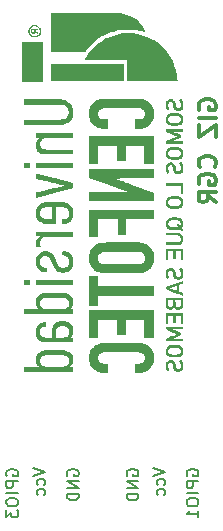
<source format=gbr>
%TF.GenerationSoftware,KiCad,Pcbnew,8.0.6*%
%TF.CreationDate,2025-10-11T08:40:00-07:00*%
%TF.ProjectId,cnft-tpl-esp32cam,636e6674-2d74-4706-9c2d-657370333263,rev?*%
%TF.SameCoordinates,Original*%
%TF.FileFunction,Legend,Bot*%
%TF.FilePolarity,Positive*%
%FSLAX46Y46*%
G04 Gerber Fmt 4.6, Leading zero omitted, Abs format (unit mm)*
G04 Created by KiCad (PCBNEW 8.0.6) date 2025-10-11 08:40:00*
%MOMM*%
%LPD*%
G01*
G04 APERTURE LIST*
%ADD10C,0.170000*%
%ADD11C,0.300000*%
%ADD12C,0.000000*%
%ADD13R,1.700000X1.700000*%
%ADD14O,1.700000X1.700000*%
G04 APERTURE END LIST*
D10*
X12606998Y6009654D02*
X12559379Y6104892D01*
X12559379Y6104892D02*
X12559379Y6247749D01*
X12559379Y6247749D02*
X12606998Y6390606D01*
X12606998Y6390606D02*
X12702236Y6485844D01*
X12702236Y6485844D02*
X12797474Y6533463D01*
X12797474Y6533463D02*
X12987950Y6581082D01*
X12987950Y6581082D02*
X13130807Y6581082D01*
X13130807Y6581082D02*
X13321283Y6533463D01*
X13321283Y6533463D02*
X13416521Y6485844D01*
X13416521Y6485844D02*
X13511760Y6390606D01*
X13511760Y6390606D02*
X13559379Y6247749D01*
X13559379Y6247749D02*
X13559379Y6152511D01*
X13559379Y6152511D02*
X13511760Y6009654D01*
X13511760Y6009654D02*
X13464140Y5962035D01*
X13464140Y5962035D02*
X13130807Y5962035D01*
X13130807Y5962035D02*
X13130807Y6152511D01*
X13559379Y5533463D02*
X12559379Y5533463D01*
X12559379Y5533463D02*
X13559379Y4962035D01*
X13559379Y4962035D02*
X12559379Y4962035D01*
X13559379Y4485844D02*
X12559379Y4485844D01*
X12559379Y4485844D02*
X12559379Y4247749D01*
X12559379Y4247749D02*
X12606998Y4104892D01*
X12606998Y4104892D02*
X12702236Y4009654D01*
X12702236Y4009654D02*
X12797474Y3962035D01*
X12797474Y3962035D02*
X12987950Y3914416D01*
X12987950Y3914416D02*
X13130807Y3914416D01*
X13130807Y3914416D02*
X13321283Y3962035D01*
X13321283Y3962035D02*
X13416521Y4009654D01*
X13416521Y4009654D02*
X13511760Y4104892D01*
X13511760Y4104892D02*
X13559379Y4247749D01*
X13559379Y4247749D02*
X13559379Y4485844D01*
X9689179Y6676320D02*
X10689179Y6342987D01*
X10689179Y6342987D02*
X9689179Y6009654D01*
X10641560Y5247749D02*
X10689179Y5342987D01*
X10689179Y5342987D02*
X10689179Y5533463D01*
X10689179Y5533463D02*
X10641560Y5628701D01*
X10641560Y5628701D02*
X10593940Y5676320D01*
X10593940Y5676320D02*
X10498702Y5723939D01*
X10498702Y5723939D02*
X10212988Y5723939D01*
X10212988Y5723939D02*
X10117750Y5676320D01*
X10117750Y5676320D02*
X10070131Y5628701D01*
X10070131Y5628701D02*
X10022512Y5533463D01*
X10022512Y5533463D02*
X10022512Y5342987D01*
X10022512Y5342987D02*
X10070131Y5247749D01*
X10641560Y4390606D02*
X10689179Y4485844D01*
X10689179Y4485844D02*
X10689179Y4676320D01*
X10689179Y4676320D02*
X10641560Y4771558D01*
X10641560Y4771558D02*
X10593940Y4819177D01*
X10593940Y4819177D02*
X10498702Y4866796D01*
X10498702Y4866796D02*
X10212988Y4866796D01*
X10212988Y4866796D02*
X10117750Y4819177D01*
X10117750Y4819177D02*
X10070131Y4771558D01*
X10070131Y4771558D02*
X10022512Y4676320D01*
X10022512Y4676320D02*
X10022512Y4485844D01*
X10022512Y4485844D02*
X10070131Y4390606D01*
X17661598Y6009654D02*
X17613979Y6104892D01*
X17613979Y6104892D02*
X17613979Y6247749D01*
X17613979Y6247749D02*
X17661598Y6390606D01*
X17661598Y6390606D02*
X17756836Y6485844D01*
X17756836Y6485844D02*
X17852074Y6533463D01*
X17852074Y6533463D02*
X18042550Y6581082D01*
X18042550Y6581082D02*
X18185407Y6581082D01*
X18185407Y6581082D02*
X18375883Y6533463D01*
X18375883Y6533463D02*
X18471121Y6485844D01*
X18471121Y6485844D02*
X18566360Y6390606D01*
X18566360Y6390606D02*
X18613979Y6247749D01*
X18613979Y6247749D02*
X18613979Y6152511D01*
X18613979Y6152511D02*
X18566360Y6009654D01*
X18566360Y6009654D02*
X18518740Y5962035D01*
X18518740Y5962035D02*
X18185407Y5962035D01*
X18185407Y5962035D02*
X18185407Y6152511D01*
X18613979Y5533463D02*
X17613979Y5533463D01*
X17613979Y5533463D02*
X18613979Y4962035D01*
X18613979Y4962035D02*
X17613979Y4962035D01*
X18613979Y4485844D02*
X17613979Y4485844D01*
X17613979Y4485844D02*
X17613979Y4247749D01*
X17613979Y4247749D02*
X17661598Y4104892D01*
X17661598Y4104892D02*
X17756836Y4009654D01*
X17756836Y4009654D02*
X17852074Y3962035D01*
X17852074Y3962035D02*
X18042550Y3914416D01*
X18042550Y3914416D02*
X18185407Y3914416D01*
X18185407Y3914416D02*
X18375883Y3962035D01*
X18375883Y3962035D02*
X18471121Y4009654D01*
X18471121Y4009654D02*
X18566360Y4104892D01*
X18566360Y4104892D02*
X18613979Y4247749D01*
X18613979Y4247749D02*
X18613979Y4485844D01*
X19849179Y6676320D02*
X20849179Y6342987D01*
X20849179Y6342987D02*
X19849179Y6009654D01*
X20801560Y5247749D02*
X20849179Y5342987D01*
X20849179Y5342987D02*
X20849179Y5533463D01*
X20849179Y5533463D02*
X20801560Y5628701D01*
X20801560Y5628701D02*
X20753940Y5676320D01*
X20753940Y5676320D02*
X20658702Y5723939D01*
X20658702Y5723939D02*
X20372988Y5723939D01*
X20372988Y5723939D02*
X20277750Y5676320D01*
X20277750Y5676320D02*
X20230131Y5628701D01*
X20230131Y5628701D02*
X20182512Y5533463D01*
X20182512Y5533463D02*
X20182512Y5342987D01*
X20182512Y5342987D02*
X20230131Y5247749D01*
X20801560Y4390606D02*
X20849179Y4485844D01*
X20849179Y4485844D02*
X20849179Y4676320D01*
X20849179Y4676320D02*
X20801560Y4771558D01*
X20801560Y4771558D02*
X20753940Y4819177D01*
X20753940Y4819177D02*
X20658702Y4866796D01*
X20658702Y4866796D02*
X20372988Y4866796D01*
X20372988Y4866796D02*
X20277750Y4819177D01*
X20277750Y4819177D02*
X20230131Y4771558D01*
X20230131Y4771558D02*
X20182512Y4676320D01*
X20182512Y4676320D02*
X20182512Y4485844D01*
X20182512Y4485844D02*
X20230131Y4390606D01*
X22741598Y6009654D02*
X22693979Y6104892D01*
X22693979Y6104892D02*
X22693979Y6247749D01*
X22693979Y6247749D02*
X22741598Y6390606D01*
X22741598Y6390606D02*
X22836836Y6485844D01*
X22836836Y6485844D02*
X22932074Y6533463D01*
X22932074Y6533463D02*
X23122550Y6581082D01*
X23122550Y6581082D02*
X23265407Y6581082D01*
X23265407Y6581082D02*
X23455883Y6533463D01*
X23455883Y6533463D02*
X23551121Y6485844D01*
X23551121Y6485844D02*
X23646360Y6390606D01*
X23646360Y6390606D02*
X23693979Y6247749D01*
X23693979Y6247749D02*
X23693979Y6152511D01*
X23693979Y6152511D02*
X23646360Y6009654D01*
X23646360Y6009654D02*
X23598740Y5962035D01*
X23598740Y5962035D02*
X23265407Y5962035D01*
X23265407Y5962035D02*
X23265407Y6152511D01*
X23693979Y5533463D02*
X22693979Y5533463D01*
X22693979Y5533463D02*
X22693979Y5152511D01*
X22693979Y5152511D02*
X22741598Y5057273D01*
X22741598Y5057273D02*
X22789217Y5009654D01*
X22789217Y5009654D02*
X22884455Y4962035D01*
X22884455Y4962035D02*
X23027312Y4962035D01*
X23027312Y4962035D02*
X23122550Y5009654D01*
X23122550Y5009654D02*
X23170169Y5057273D01*
X23170169Y5057273D02*
X23217788Y5152511D01*
X23217788Y5152511D02*
X23217788Y5533463D01*
X23693979Y4533463D02*
X22693979Y4533463D01*
X22693979Y3866797D02*
X22693979Y3676321D01*
X22693979Y3676321D02*
X22741598Y3581083D01*
X22741598Y3581083D02*
X22836836Y3485845D01*
X22836836Y3485845D02*
X23027312Y3438226D01*
X23027312Y3438226D02*
X23360645Y3438226D01*
X23360645Y3438226D02*
X23551121Y3485845D01*
X23551121Y3485845D02*
X23646360Y3581083D01*
X23646360Y3581083D02*
X23693979Y3676321D01*
X23693979Y3676321D02*
X23693979Y3866797D01*
X23693979Y3866797D02*
X23646360Y3962035D01*
X23646360Y3962035D02*
X23551121Y4057273D01*
X23551121Y4057273D02*
X23360645Y4104892D01*
X23360645Y4104892D02*
X23027312Y4104892D01*
X23027312Y4104892D02*
X22836836Y4057273D01*
X22836836Y4057273D02*
X22741598Y3962035D01*
X22741598Y3962035D02*
X22693979Y3866797D01*
X23693979Y2485845D02*
X23693979Y3057273D01*
X23693979Y2771559D02*
X22693979Y2771559D01*
X22693979Y2771559D02*
X22836836Y2866797D01*
X22836836Y2866797D02*
X22932074Y2962035D01*
X22932074Y2962035D02*
X22979693Y3057273D01*
X7476198Y6009654D02*
X7428579Y6104892D01*
X7428579Y6104892D02*
X7428579Y6247749D01*
X7428579Y6247749D02*
X7476198Y6390606D01*
X7476198Y6390606D02*
X7571436Y6485844D01*
X7571436Y6485844D02*
X7666674Y6533463D01*
X7666674Y6533463D02*
X7857150Y6581082D01*
X7857150Y6581082D02*
X8000007Y6581082D01*
X8000007Y6581082D02*
X8190483Y6533463D01*
X8190483Y6533463D02*
X8285721Y6485844D01*
X8285721Y6485844D02*
X8380960Y6390606D01*
X8380960Y6390606D02*
X8428579Y6247749D01*
X8428579Y6247749D02*
X8428579Y6152511D01*
X8428579Y6152511D02*
X8380960Y6009654D01*
X8380960Y6009654D02*
X8333340Y5962035D01*
X8333340Y5962035D02*
X8000007Y5962035D01*
X8000007Y5962035D02*
X8000007Y6152511D01*
X8428579Y5533463D02*
X7428579Y5533463D01*
X7428579Y5533463D02*
X7428579Y5152511D01*
X7428579Y5152511D02*
X7476198Y5057273D01*
X7476198Y5057273D02*
X7523817Y5009654D01*
X7523817Y5009654D02*
X7619055Y4962035D01*
X7619055Y4962035D02*
X7761912Y4962035D01*
X7761912Y4962035D02*
X7857150Y5009654D01*
X7857150Y5009654D02*
X7904769Y5057273D01*
X7904769Y5057273D02*
X7952388Y5152511D01*
X7952388Y5152511D02*
X7952388Y5533463D01*
X8428579Y4533463D02*
X7428579Y4533463D01*
X7428579Y3866797D02*
X7428579Y3676321D01*
X7428579Y3676321D02*
X7476198Y3581083D01*
X7476198Y3581083D02*
X7571436Y3485845D01*
X7571436Y3485845D02*
X7761912Y3438226D01*
X7761912Y3438226D02*
X8095245Y3438226D01*
X8095245Y3438226D02*
X8285721Y3485845D01*
X8285721Y3485845D02*
X8380960Y3581083D01*
X8380960Y3581083D02*
X8428579Y3676321D01*
X8428579Y3676321D02*
X8428579Y3866797D01*
X8428579Y3866797D02*
X8380960Y3962035D01*
X8380960Y3962035D02*
X8285721Y4057273D01*
X8285721Y4057273D02*
X8095245Y4104892D01*
X8095245Y4104892D02*
X7761912Y4104892D01*
X7761912Y4104892D02*
X7571436Y4057273D01*
X7571436Y4057273D02*
X7476198Y3962035D01*
X7476198Y3962035D02*
X7428579Y3866797D01*
X7428579Y3104892D02*
X7428579Y2485845D01*
X7428579Y2485845D02*
X7809531Y2819178D01*
X7809531Y2819178D02*
X7809531Y2676321D01*
X7809531Y2676321D02*
X7857150Y2581083D01*
X7857150Y2581083D02*
X7904769Y2533464D01*
X7904769Y2533464D02*
X8000007Y2485845D01*
X8000007Y2485845D02*
X8238102Y2485845D01*
X8238102Y2485845D02*
X8333340Y2533464D01*
X8333340Y2533464D02*
X8380960Y2581083D01*
X8380960Y2581083D02*
X8428579Y2676321D01*
X8428579Y2676321D02*
X8428579Y2962035D01*
X8428579Y2962035D02*
X8380960Y3057273D01*
X8380960Y3057273D02*
X8333340Y3104892D01*
D11*
X23772257Y37013775D02*
X23700828Y37156632D01*
X23700828Y37156632D02*
X23700828Y37370918D01*
X23700828Y37370918D02*
X23772257Y37585204D01*
X23772257Y37585204D02*
X23915114Y37728061D01*
X23915114Y37728061D02*
X24057971Y37799490D01*
X24057971Y37799490D02*
X24343685Y37870918D01*
X24343685Y37870918D02*
X24557971Y37870918D01*
X24557971Y37870918D02*
X24843685Y37799490D01*
X24843685Y37799490D02*
X24986542Y37728061D01*
X24986542Y37728061D02*
X25129400Y37585204D01*
X25129400Y37585204D02*
X25200828Y37370918D01*
X25200828Y37370918D02*
X25200828Y37228061D01*
X25200828Y37228061D02*
X25129400Y37013775D01*
X25129400Y37013775D02*
X25057971Y36942347D01*
X25057971Y36942347D02*
X24557971Y36942347D01*
X24557971Y36942347D02*
X24557971Y37228061D01*
X25200828Y36299490D02*
X23700828Y36299490D01*
X23700828Y35728061D02*
X23700828Y34728061D01*
X23700828Y34728061D02*
X25200828Y35728061D01*
X25200828Y35728061D02*
X25200828Y34728061D01*
X25057971Y32156633D02*
X25129400Y32228061D01*
X25129400Y32228061D02*
X25200828Y32442347D01*
X25200828Y32442347D02*
X25200828Y32585204D01*
X25200828Y32585204D02*
X25129400Y32799490D01*
X25129400Y32799490D02*
X24986542Y32942347D01*
X24986542Y32942347D02*
X24843685Y33013776D01*
X24843685Y33013776D02*
X24557971Y33085204D01*
X24557971Y33085204D02*
X24343685Y33085204D01*
X24343685Y33085204D02*
X24057971Y33013776D01*
X24057971Y33013776D02*
X23915114Y32942347D01*
X23915114Y32942347D02*
X23772257Y32799490D01*
X23772257Y32799490D02*
X23700828Y32585204D01*
X23700828Y32585204D02*
X23700828Y32442347D01*
X23700828Y32442347D02*
X23772257Y32228061D01*
X23772257Y32228061D02*
X23843685Y32156633D01*
X23772257Y30728061D02*
X23700828Y30870918D01*
X23700828Y30870918D02*
X23700828Y31085204D01*
X23700828Y31085204D02*
X23772257Y31299490D01*
X23772257Y31299490D02*
X23915114Y31442347D01*
X23915114Y31442347D02*
X24057971Y31513776D01*
X24057971Y31513776D02*
X24343685Y31585204D01*
X24343685Y31585204D02*
X24557971Y31585204D01*
X24557971Y31585204D02*
X24843685Y31513776D01*
X24843685Y31513776D02*
X24986542Y31442347D01*
X24986542Y31442347D02*
X25129400Y31299490D01*
X25129400Y31299490D02*
X25200828Y31085204D01*
X25200828Y31085204D02*
X25200828Y30942347D01*
X25200828Y30942347D02*
X25129400Y30728061D01*
X25129400Y30728061D02*
X25057971Y30656633D01*
X25057971Y30656633D02*
X24557971Y30656633D01*
X24557971Y30656633D02*
X24557971Y30942347D01*
X25200828Y29156633D02*
X24486542Y29656633D01*
X25200828Y30013776D02*
X23700828Y30013776D01*
X23700828Y30013776D02*
X23700828Y29442347D01*
X23700828Y29442347D02*
X23772257Y29299490D01*
X23772257Y29299490D02*
X23843685Y29228061D01*
X23843685Y29228061D02*
X23986542Y29156633D01*
X23986542Y29156633D02*
X24200828Y29156633D01*
X24200828Y29156633D02*
X24343685Y29228061D01*
X24343685Y29228061D02*
X24415114Y29299490D01*
X24415114Y29299490D02*
X24486542Y29442347D01*
X24486542Y29442347D02*
X24486542Y30013776D01*
D12*
%TO.C,G\u002A\u002A\u002A*%
G36*
X9470635Y32263314D02*
G01*
X9470635Y32052939D01*
X9199362Y32052939D01*
X8928089Y32052939D01*
X8928089Y32263314D01*
X8928089Y32473689D01*
X9199362Y32473689D01*
X9470635Y32473689D01*
X9470635Y32263314D01*
G37*
G36*
X9470635Y22397839D02*
G01*
X9470635Y22187464D01*
X9199362Y22187464D01*
X8928089Y22187464D01*
X8928089Y22397839D01*
X8928089Y22608214D01*
X9199362Y22608214D01*
X9470635Y22608214D01*
X9470635Y22397839D01*
G37*
G36*
X10533582Y41038161D02*
G01*
X10533582Y39305337D01*
X9664401Y39305337D01*
X8795221Y39305337D01*
X8795221Y41038161D01*
X8795221Y42770986D01*
X9664401Y42770986D01*
X10533582Y42770986D01*
X10533582Y41038161D01*
G37*
G36*
X13058080Y32268850D02*
G01*
X13058080Y32064011D01*
X11507949Y32064011D01*
X9957819Y32064011D01*
X9957819Y32268850D01*
X9957819Y32473689D01*
X11507949Y32473689D01*
X13058080Y32473689D01*
X13058080Y32268850D01*
G37*
G36*
X13058080Y22403375D02*
G01*
X13058080Y22198536D01*
X11507949Y22198536D01*
X9957819Y22198536D01*
X9957819Y22403375D01*
X9957819Y22608214D01*
X11507949Y22608214D01*
X13058080Y22608214D01*
X13058080Y22403375D01*
G37*
G36*
X17365229Y40168981D02*
G01*
X17365229Y39460350D01*
X14298185Y39460350D01*
X11231140Y39460350D01*
X11231140Y40168981D01*
X11231140Y40877612D01*
X14298185Y40877612D01*
X17365229Y40877612D01*
X17365229Y40168981D01*
G37*
G36*
X22414227Y30309042D02*
G01*
X22414227Y29838466D01*
X22309039Y29838466D01*
X22203852Y29838466D01*
X22203852Y30198318D01*
X22203852Y30558170D01*
X21561655Y30558170D01*
X20919458Y30558170D01*
X20919458Y30668894D01*
X20919458Y30779617D01*
X21666842Y30779617D01*
X22414227Y30779617D01*
X22414227Y30309042D01*
G37*
G36*
X15195046Y22491954D02*
G01*
X15195046Y22043523D01*
X17547923Y22043523D01*
X19900800Y22043523D01*
X19900800Y21650454D01*
X19900800Y21257385D01*
X17547923Y21257385D01*
X15195046Y21257385D01*
X15195046Y20808955D01*
X15195046Y20360524D01*
X14824122Y20360524D01*
X14453198Y20360524D01*
X14453198Y21650454D01*
X14453198Y22940385D01*
X14824122Y22940385D01*
X15195046Y22940385D01*
X15195046Y22491954D01*
G37*
G36*
X19900800Y28149931D02*
G01*
X19900800Y27756862D01*
X18738202Y27756862D01*
X17575604Y27756862D01*
X17575604Y27086984D01*
X17575604Y26417106D01*
X17210216Y26417106D01*
X16844828Y26417106D01*
X16844828Y27086984D01*
X16844828Y27756862D01*
X16019937Y27756862D01*
X15195046Y27756862D01*
X15195046Y26987333D01*
X15195046Y26217804D01*
X14824122Y26217804D01*
X14453198Y26217804D01*
X14453198Y27380402D01*
X14453198Y28543000D01*
X17176999Y28543000D01*
X19900800Y28543000D01*
X19900800Y28149931D01*
G37*
G36*
X19900800Y33591997D02*
G01*
X19900800Y32429399D01*
X19507732Y32429399D01*
X19114663Y32429399D01*
X19114663Y33198929D01*
X19114663Y33968458D01*
X18322989Y33968458D01*
X17531315Y33968458D01*
X17531315Y33298580D01*
X17531315Y32628702D01*
X17160391Y32628702D01*
X16789466Y32628702D01*
X16789466Y33298580D01*
X16789466Y33968458D01*
X15992256Y33968458D01*
X15195046Y33968458D01*
X15195046Y33198929D01*
X15195046Y32429399D01*
X14824122Y32429399D01*
X14453198Y32429399D01*
X14453198Y33591997D01*
X14453198Y34754595D01*
X17176999Y34754595D01*
X19900800Y34754595D01*
X19900800Y33591997D01*
G37*
G36*
X19900800Y18854683D02*
G01*
X19900800Y17692085D01*
X19507732Y17692085D01*
X19114663Y17692085D01*
X19114663Y18461614D01*
X19114663Y19231143D01*
X18322989Y19231143D01*
X17531315Y19231143D01*
X17531315Y18561265D01*
X17531315Y17891387D01*
X17160391Y17891387D01*
X16789466Y17891387D01*
X16789466Y18561265D01*
X16789466Y19231143D01*
X15992256Y19231143D01*
X15195046Y19231143D01*
X15195046Y18461614D01*
X15195046Y17692085D01*
X14824122Y17692085D01*
X14453198Y17692085D01*
X14453198Y18854683D01*
X14453198Y20017281D01*
X17176999Y20017281D01*
X19900800Y20017281D01*
X19900800Y18854683D01*
G37*
G36*
X22414227Y24761788D02*
G01*
X22414227Y24291213D01*
X22309039Y24291213D01*
X22203852Y24291213D01*
X22203852Y24651065D01*
X22203852Y25010916D01*
X21982405Y25010916D01*
X21760957Y25010916D01*
X21760957Y24706426D01*
X21760957Y24401936D01*
X21661306Y24401936D01*
X21561655Y24401936D01*
X21561655Y24706426D01*
X21561655Y25010916D01*
X21345744Y25010916D01*
X21129833Y25010916D01*
X21129833Y24651065D01*
X21129833Y24291213D01*
X21024645Y24291213D01*
X20919458Y24291213D01*
X20919458Y24761788D01*
X20919458Y25232364D01*
X21666842Y25232364D01*
X22414227Y25232364D01*
X22414227Y24761788D01*
G37*
G36*
X22414227Y19325258D02*
G01*
X22414227Y18854683D01*
X22309039Y18854683D01*
X22203852Y18854683D01*
X22203852Y19214534D01*
X22203852Y19574386D01*
X21982405Y19574386D01*
X21760957Y19574386D01*
X21760957Y19269896D01*
X21760957Y18965406D01*
X21661306Y18965406D01*
X21561655Y18965406D01*
X21561655Y19269896D01*
X21561655Y19574386D01*
X21345744Y19574386D01*
X21129833Y19574386D01*
X21129833Y19214534D01*
X21129833Y18854683D01*
X21024645Y18854683D01*
X20919458Y18854683D01*
X20919458Y19325258D01*
X20919458Y19795833D01*
X21666842Y19795833D01*
X22414227Y19795833D01*
X22414227Y19325258D01*
G37*
G36*
X22414227Y35252852D02*
G01*
X22414227Y35142128D01*
X21951956Y35141774D01*
X21489684Y35141420D01*
X21844000Y34989113D01*
X22198316Y34836805D01*
X22201498Y34741492D01*
X22204680Y34646180D01*
X21852719Y34495873D01*
X21500757Y34345566D01*
X21957492Y34345242D01*
X22414227Y34344918D01*
X22414227Y34228658D01*
X22414227Y34112398D01*
X21666842Y34112398D01*
X20919458Y34112398D01*
X20919458Y34221164D01*
X20919458Y34329929D01*
X21402852Y34533376D01*
X21403830Y34533787D01*
X21500555Y34574661D01*
X21590383Y34612935D01*
X21671381Y34647761D01*
X21741612Y34678293D01*
X21799143Y34703684D01*
X21842041Y34723089D01*
X21868369Y34735659D01*
X21876195Y34740549D01*
X21866629Y34744551D01*
X21838432Y34756548D01*
X21793769Y34775628D01*
X21734700Y34800907D01*
X21663286Y34831503D01*
X21581587Y34866536D01*
X21491661Y34905121D01*
X21395569Y34946378D01*
X20924994Y35148481D01*
X20921825Y35256028D01*
X20918656Y35363575D01*
X21666441Y35363575D01*
X22414227Y35363575D01*
X22414227Y35252852D01*
G37*
G36*
X22414227Y18522512D02*
G01*
X22414227Y18411788D01*
X21951956Y18411434D01*
X21489684Y18411080D01*
X21844000Y18258773D01*
X22198316Y18106465D01*
X22201498Y18011152D01*
X22204680Y17915840D01*
X21852719Y17765533D01*
X21500757Y17615226D01*
X21957492Y17614902D01*
X22414227Y17614578D01*
X22414227Y17498318D01*
X22414227Y17382058D01*
X21666842Y17382058D01*
X20919458Y17382058D01*
X20919458Y17490823D01*
X20919458Y17599589D01*
X21402852Y17803036D01*
X21403830Y17803447D01*
X21500555Y17844321D01*
X21590383Y17882595D01*
X21671381Y17917421D01*
X21741612Y17947953D01*
X21799143Y17973344D01*
X21842041Y17992749D01*
X21868369Y18005319D01*
X21876195Y18010209D01*
X21866629Y18014211D01*
X21838432Y18026208D01*
X21793769Y18045287D01*
X21734700Y18070567D01*
X21663286Y18101163D01*
X21581587Y18136196D01*
X21491661Y18174781D01*
X21395569Y18216038D01*
X20924994Y18418141D01*
X20921825Y18525688D01*
X20918656Y18633235D01*
X21666441Y18633235D01*
X22414227Y18633235D01*
X22414227Y18522512D01*
G37*
G36*
X19900800Y31571291D02*
G01*
X19900800Y31178222D01*
X18264859Y31177779D01*
X18055030Y31177698D01*
X17847227Y31177558D01*
X17659793Y31177353D01*
X17491804Y31177076D01*
X17342335Y31176718D01*
X17210461Y31176271D01*
X17095256Y31175726D01*
X16995797Y31175075D01*
X16911159Y31174309D01*
X16840415Y31173420D01*
X16782643Y31172400D01*
X16736916Y31171239D01*
X16702310Y31169930D01*
X16677900Y31168464D01*
X16662761Y31166832D01*
X16655969Y31165026D01*
X16656598Y31163038D01*
X16659711Y31161704D01*
X16681429Y31153328D01*
X16722334Y31137981D01*
X16781281Y31116086D01*
X16857124Y31088062D01*
X16948715Y31054330D01*
X17054907Y31015309D01*
X17174556Y30971422D01*
X17306513Y30923087D01*
X17449633Y30870725D01*
X17602769Y30814757D01*
X17764774Y30755603D01*
X17934502Y30693684D01*
X18110806Y30629419D01*
X18292540Y30563229D01*
X19900800Y29977717D01*
X19900800Y29609138D01*
X19900800Y29240559D01*
X17176858Y29240559D01*
X14452915Y29240559D01*
X14455824Y29630860D01*
X14458734Y30021160D01*
X16097444Y30026697D01*
X17736153Y30032233D01*
X16097444Y30620489D01*
X14458734Y31208744D01*
X14455821Y31586552D01*
X14452907Y31964360D01*
X17176854Y31964360D01*
X19900800Y31964360D01*
X19900800Y31571291D01*
G37*
G36*
X13058080Y26466932D02*
G01*
X13058080Y26262093D01*
X11913862Y26262093D01*
X11738197Y26262083D01*
X11573446Y26262033D01*
X11428199Y26261920D01*
X11301102Y26261719D01*
X11190798Y26261408D01*
X11095935Y26260960D01*
X11015157Y26260353D01*
X10947109Y26259562D01*
X10890436Y26258564D01*
X10843784Y26257333D01*
X10805798Y26255845D01*
X10775124Y26254078D01*
X10750406Y26252006D01*
X10730290Y26249605D01*
X10713421Y26246852D01*
X10698444Y26243722D01*
X10684004Y26240191D01*
X10630354Y26224584D01*
X10553286Y26192256D01*
X10487287Y26149073D01*
X10425731Y26091212D01*
X10398414Y26059345D01*
X10340940Y25969330D01*
X10302820Y25869164D01*
X10284199Y25759543D01*
X10285222Y25641160D01*
X10306031Y25514709D01*
X10313583Y25483943D01*
X10322697Y25449784D01*
X10329182Y25428898D01*
X10330533Y25423032D01*
X10327425Y25417705D01*
X10316454Y25413992D01*
X10294764Y25411604D01*
X10259498Y25410255D01*
X10207800Y25409657D01*
X10136815Y25409521D01*
X10074209Y25409821D01*
X10010828Y25411171D01*
X9966591Y25413703D01*
X9939812Y25417526D01*
X9928807Y25422747D01*
X9928227Y25424017D01*
X9924773Y25442993D01*
X9921278Y25478707D01*
X9918121Y25526571D01*
X9915681Y25581997D01*
X9914226Y25655698D01*
X9915819Y25715186D01*
X9920910Y25766084D01*
X9929910Y25815132D01*
X9933636Y25831307D01*
X9972146Y25950322D01*
X10026911Y26056519D01*
X10096915Y26148245D01*
X10181143Y26223848D01*
X10248136Y26273166D01*
X10102977Y26273166D01*
X9957819Y26273166D01*
X9957819Y26472468D01*
X9957819Y26671771D01*
X11507949Y26671771D01*
X13058080Y26671771D01*
X13058080Y26466932D01*
G37*
G36*
X9622986Y43833933D02*
G01*
X9824950Y43833933D01*
X10123904Y43833933D01*
X10123904Y43778571D01*
X10123904Y43723209D01*
X10013181Y43723209D01*
X10010643Y43723209D01*
X9961041Y43722852D01*
X9929417Y43721299D01*
X9911776Y43717772D01*
X9904121Y43711494D01*
X9902457Y43701691D01*
X9907378Y43689658D01*
X9926014Y43672012D01*
X9960571Y43648493D01*
X10013181Y43617480D01*
X10123904Y43554788D01*
X10123904Y43489522D01*
X10123411Y43460400D01*
X10121722Y43434309D01*
X10119245Y43424255D01*
X10111228Y43427962D01*
X10087439Y43440781D01*
X10052037Y43460598D01*
X10009108Y43485153D01*
X9972813Y43505778D01*
X9934851Y43526527D01*
X9907398Y43540565D01*
X9894740Y43545625D01*
X9892946Y43545056D01*
X9880185Y43532782D01*
X9863704Y43509640D01*
X9854731Y43497851D01*
X9824823Y43470640D01*
X9788835Y43447931D01*
X9765832Y43438081D01*
X9706423Y43427152D01*
X9650041Y43437656D01*
X9598729Y43469361D01*
X9585783Y43481230D01*
X9560413Y43510152D01*
X9543192Y43542357D01*
X9532677Y43582529D01*
X9527426Y43635351D01*
X9525997Y43705506D01*
X9525997Y43723209D01*
X9622986Y43723209D01*
X9627911Y43655128D01*
X9628334Y43649544D01*
X9633513Y43609430D01*
X9642691Y43583994D01*
X9658149Y43566549D01*
X9663836Y43562235D01*
X9702492Y43546015D01*
X9739910Y43549621D01*
X9771130Y43571437D01*
X9791187Y43609848D01*
X9794090Y43621051D01*
X9801299Y43662716D01*
X9801830Y43696482D01*
X9795424Y43715828D01*
X9794662Y43716369D01*
X9778103Y43719835D01*
X9746355Y43722282D01*
X9705514Y43723209D01*
X9622986Y43723209D01*
X9525997Y43723209D01*
X9525997Y43833933D01*
X9622986Y43833933D01*
G37*
G36*
X21437091Y26594072D02*
G01*
X21512013Y26594009D01*
X21633555Y26593649D01*
X21736160Y26592836D01*
X21821905Y26591408D01*
X21892867Y26589204D01*
X21951122Y26586060D01*
X21998747Y26581814D01*
X22037817Y26576305D01*
X22070409Y26569371D01*
X22098600Y26560848D01*
X22124467Y26550576D01*
X22150084Y26538391D01*
X22221891Y26493516D01*
X22295758Y26424259D01*
X22355568Y26339794D01*
X22399338Y26242476D01*
X22400689Y26238422D01*
X22417483Y26164714D01*
X22424893Y26081303D01*
X22422585Y25997942D01*
X22410226Y25924386D01*
X22387581Y25857635D01*
X22338689Y25766694D01*
X22273869Y25688972D01*
X22195191Y25626360D01*
X22104728Y25580751D01*
X22004549Y25554034D01*
X21997349Y25553105D01*
X21962376Y25550564D01*
X21908204Y25548291D01*
X21837024Y25546329D01*
X21751024Y25544723D01*
X21652397Y25543516D01*
X21543331Y25542751D01*
X21426018Y25542473D01*
X20919458Y25542390D01*
X20919458Y25658250D01*
X20919458Y25774110D01*
X21459235Y25777278D01*
X21567510Y25777929D01*
X21673174Y25778653D01*
X21760407Y25779438D01*
X21831197Y25780377D01*
X21887531Y25781563D01*
X21931396Y25783088D01*
X21964782Y25785045D01*
X21989673Y25787527D01*
X22008059Y25790626D01*
X22021927Y25794436D01*
X22033264Y25799049D01*
X22044058Y25804557D01*
X22061997Y25815120D01*
X22119256Y25863716D01*
X22164120Y25925638D01*
X22193385Y25995603D01*
X22203852Y26068327D01*
X22203822Y26072082D01*
X22192412Y26145007D01*
X22162419Y26214896D01*
X22116813Y26274706D01*
X22104386Y26287029D01*
X22085973Y26304084D01*
X22067382Y26318323D01*
X22046614Y26330001D01*
X22021675Y26339372D01*
X21990565Y26346689D01*
X21951289Y26352207D01*
X21901850Y26356179D01*
X21840251Y26358860D01*
X21764494Y26360503D01*
X21672584Y26361362D01*
X21562522Y26361691D01*
X21432313Y26361745D01*
X20919458Y26361745D01*
X20919458Y26478004D01*
X20919458Y26594264D01*
X21437091Y26594072D01*
G37*
G36*
X22404816Y22504062D02*
G01*
X22409832Y22495884D01*
X22412673Y22476265D01*
X22413938Y22441638D01*
X22414227Y22388435D01*
X22414227Y22266816D01*
X22250909Y22212377D01*
X22087592Y22157938D01*
X22087592Y21882051D01*
X22087592Y21606165D01*
X22250909Y21550868D01*
X22414227Y21495570D01*
X22414227Y21376478D01*
X22413745Y21336647D01*
X22412005Y21295762D01*
X22409292Y21268041D01*
X22405922Y21257972D01*
X22399094Y21260110D01*
X22372979Y21269045D01*
X22328963Y21284387D01*
X22268734Y21305540D01*
X22193978Y21331910D01*
X22106381Y21362899D01*
X22007629Y21397912D01*
X21899408Y21436352D01*
X21783405Y21477625D01*
X21661306Y21521134D01*
X20924994Y21783708D01*
X20924994Y21880492D01*
X21244883Y21880492D01*
X21245234Y21880271D01*
X21259051Y21875088D01*
X21290355Y21864400D01*
X21335945Y21849239D01*
X21392621Y21830633D01*
X21457183Y21809613D01*
X21526432Y21787209D01*
X21597167Y21764451D01*
X21666188Y21742368D01*
X21730296Y21721991D01*
X21786291Y21704349D01*
X21830973Y21690472D01*
X21861141Y21681391D01*
X21873596Y21678135D01*
X21876477Y21688584D01*
X21878992Y21717739D01*
X21880979Y21762153D01*
X21882284Y21818380D01*
X21882753Y21882974D01*
X21882419Y21947420D01*
X21881487Y22003672D01*
X21880067Y22048119D01*
X21878269Y22077315D01*
X21876204Y22087813D01*
X21874085Y22087449D01*
X21855155Y22082145D01*
X21819875Y22071315D01*
X21771365Y22055984D01*
X21712743Y22037176D01*
X21647129Y22015916D01*
X21577644Y21993228D01*
X21507407Y21970137D01*
X21439536Y21947668D01*
X21377153Y21926843D01*
X21323377Y21908689D01*
X21281326Y21894230D01*
X21254122Y21884489D01*
X21244883Y21880492D01*
X20924994Y21880492D01*
X20924994Y21882157D01*
X20924994Y21980606D01*
X21650234Y22238996D01*
X21731026Y22267778D01*
X21848903Y22309757D01*
X21876204Y22319476D01*
X21959797Y22349234D01*
X22061975Y22385593D01*
X22153701Y22418216D01*
X22233241Y22446488D01*
X22298861Y22469791D01*
X22348825Y22487508D01*
X22381400Y22499024D01*
X22394850Y22503721D01*
X22397024Y22504366D01*
X22404816Y22504062D01*
G37*
G36*
X9828181Y44186405D02*
G01*
X9885243Y44184430D01*
X9960799Y44173765D01*
X10024022Y44155598D01*
X10047310Y44145555D01*
X10133447Y44096041D01*
X10210625Y44032377D01*
X10275549Y43958172D01*
X10324922Y43877038D01*
X10355449Y43792584D01*
X10361786Y43756902D01*
X10366734Y43688388D01*
X10365288Y43614754D01*
X10357767Y43544861D01*
X10344490Y43487572D01*
X10325461Y43438841D01*
X10273579Y43348048D01*
X10206030Y43269246D01*
X10125569Y43204448D01*
X10034948Y43155669D01*
X9936921Y43124925D01*
X9834241Y43114229D01*
X9749599Y43120616D01*
X9649311Y43145696D01*
X9557627Y43187803D01*
X9476239Y43244826D01*
X9406840Y43314653D01*
X9351123Y43395174D01*
X9310780Y43484277D01*
X9287503Y43579851D01*
X9282986Y43679785D01*
X9285307Y43694668D01*
X9397960Y43694668D01*
X9398387Y43605334D01*
X9402643Y43581456D01*
X9422421Y43519152D01*
X9452585Y43454801D01*
X9489031Y43396439D01*
X9527657Y43352102D01*
X9550021Y43333393D01*
X9628652Y43285227D01*
X9716687Y43253573D01*
X9808761Y43239966D01*
X9899508Y43245935D01*
X9935736Y43253955D01*
X10027596Y43288043D01*
X10106830Y43338700D01*
X10171494Y43404478D01*
X10219641Y43483931D01*
X10220424Y43485650D01*
X10238920Y43533509D01*
X10249265Y43581366D01*
X10253853Y43640167D01*
X10254144Y43665247D01*
X10242595Y43760511D01*
X10211311Y43846430D01*
X10161115Y43921685D01*
X10092831Y43984958D01*
X10007283Y44034931D01*
X9992607Y44041280D01*
X9963805Y44050826D01*
X9931270Y44056619D01*
X9888873Y44059542D01*
X9830487Y44060482D01*
X9828181Y44060490D01*
X9772889Y44060129D01*
X9733077Y44057935D01*
X9702318Y44052864D01*
X9674187Y44043873D01*
X9642256Y44029919D01*
X9580415Y43994457D01*
X9510893Y43934613D01*
X9456071Y43862544D01*
X9417807Y43781484D01*
X9397960Y43694668D01*
X9285307Y43694668D01*
X9298921Y43781967D01*
X9308377Y43814307D01*
X9351728Y43913318D01*
X9412743Y44000204D01*
X9489828Y44073358D01*
X9581387Y44131172D01*
X9685828Y44172039D01*
X9731721Y44181572D01*
X9806001Y44187173D01*
X9828181Y44186405D01*
G37*
G36*
X13058080Y34793349D02*
G01*
X13058080Y34588510D01*
X11903786Y34588318D01*
X11790251Y34588299D01*
X11610284Y34588246D01*
X11450365Y34588113D01*
X11309165Y34587841D01*
X11185356Y34587367D01*
X11077608Y34586632D01*
X10984593Y34585574D01*
X10904981Y34584132D01*
X10837444Y34582245D01*
X10780651Y34579854D01*
X10733276Y34576895D01*
X10693987Y34573310D01*
X10661457Y34569036D01*
X10634356Y34564013D01*
X10611355Y34558180D01*
X10591126Y34551476D01*
X10572339Y34543841D01*
X10553665Y34535212D01*
X10533775Y34525530D01*
X10474260Y34488453D01*
X10414739Y34436532D01*
X10363572Y34377235D01*
X10327271Y34317133D01*
X10324554Y34311073D01*
X10294941Y34218664D01*
X10282703Y34119565D01*
X10288849Y34021536D01*
X10295255Y33989032D01*
X10327520Y33894178D01*
X10377369Y33811782D01*
X10443796Y33743250D01*
X10525793Y33689991D01*
X10539980Y33682817D01*
X10558618Y33673643D01*
X10576873Y33665507D01*
X10596071Y33658344D01*
X10617537Y33652093D01*
X10642596Y33646692D01*
X10672573Y33642078D01*
X10708793Y33638188D01*
X10752581Y33634961D01*
X10805263Y33632334D01*
X10868164Y33630245D01*
X10942608Y33628631D01*
X11029921Y33627431D01*
X11131427Y33626580D01*
X11248453Y33626019D01*
X11382323Y33625683D01*
X11534363Y33625510D01*
X11705897Y33625439D01*
X11898250Y33625407D01*
X13058080Y33625214D01*
X13058080Y33420099D01*
X13058080Y33214983D01*
X11820744Y33218320D01*
X10583407Y33221656D01*
X10489292Y33246639D01*
X10486901Y33247276D01*
X10358682Y33291305D01*
X10244527Y33350440D01*
X10145553Y33423702D01*
X10062877Y33510112D01*
X9997616Y33608692D01*
X9950888Y33718461D01*
X9933342Y33787378D01*
X9919582Y33881297D01*
X9914013Y33980097D01*
X9917045Y34075471D01*
X9929089Y34159113D01*
X9932348Y34173076D01*
X9969214Y34284087D01*
X10022726Y34387615D01*
X10090295Y34479392D01*
X10169332Y34555149D01*
X10225544Y34599582D01*
X10091681Y34599582D01*
X9957819Y34599582D01*
X9957819Y34798885D01*
X9957819Y34998187D01*
X11507949Y34998187D01*
X13058080Y34998187D01*
X13058080Y34793349D01*
G37*
G36*
X17811801Y43473945D02*
G01*
X17919751Y43472285D01*
X18022332Y43469429D01*
X18115413Y43465402D01*
X18194864Y43460227D01*
X18256555Y43453931D01*
X18519272Y43411602D01*
X18816500Y43344631D01*
X19103026Y43258654D01*
X19379643Y43153396D01*
X19647149Y43028583D01*
X19906337Y42883940D01*
X19913118Y42879823D01*
X20166793Y42712721D01*
X20406475Y42528842D01*
X20631437Y42329047D01*
X20840953Y42114195D01*
X21034294Y41885147D01*
X21210734Y41642762D01*
X21369546Y41387900D01*
X21510003Y41121421D01*
X21631377Y40844184D01*
X21666632Y40752435D01*
X21732324Y40563413D01*
X21787214Y40376382D01*
X21832351Y40186656D01*
X21868782Y39989552D01*
X21897554Y39780383D01*
X21919714Y39554465D01*
X21920207Y39548389D01*
X21923047Y39512830D01*
X21925181Y39485262D01*
X21927043Y39460350D01*
X19801149Y39460350D01*
X17675255Y39460350D01*
X17675255Y40329530D01*
X17675255Y41198711D01*
X15853852Y41198711D01*
X15674053Y41198745D01*
X15480468Y41198859D01*
X15294003Y41199050D01*
X15115813Y41199312D01*
X14947054Y41199643D01*
X14788882Y41200036D01*
X14642452Y41200488D01*
X14508922Y41200995D01*
X14389445Y41201551D01*
X14285178Y41202152D01*
X14197278Y41202795D01*
X14126898Y41203474D01*
X14075197Y41204185D01*
X14043328Y41204924D01*
X14032448Y41205686D01*
X14032838Y41207884D01*
X14041246Y41227155D01*
X14059206Y41261134D01*
X14084844Y41306674D01*
X14116285Y41360627D01*
X14151652Y41419845D01*
X14189073Y41481178D01*
X14226671Y41541478D01*
X14262572Y41597598D01*
X14294900Y41646389D01*
X14335792Y41705759D01*
X14441215Y41850108D01*
X14549318Y41984653D01*
X14665705Y42116164D01*
X14795982Y42251409D01*
X14802883Y42258311D01*
X15001412Y42445716D01*
X15203004Y42613924D01*
X15411536Y42765764D01*
X15630884Y42904067D01*
X15864924Y43031660D01*
X15960971Y43078949D01*
X16211959Y43188734D01*
X16468343Y43280834D01*
X16733015Y43356112D01*
X17008868Y43415432D01*
X17298795Y43459656D01*
X17336068Y43463435D01*
X17408912Y43468127D01*
X17497037Y43471499D01*
X17596314Y43473576D01*
X17702612Y43474383D01*
X17811801Y43473945D01*
G37*
G36*
X14057361Y45192952D02*
G01*
X14206473Y45192768D01*
X14493040Y45192402D01*
X14758719Y45192040D01*
X15004349Y45191676D01*
X15230773Y45191303D01*
X15438830Y45190915D01*
X15629364Y45190505D01*
X15803214Y45190068D01*
X15961222Y45189596D01*
X16104229Y45189083D01*
X16233076Y45188523D01*
X16348604Y45187908D01*
X16451655Y45187234D01*
X16543070Y45186492D01*
X16623689Y45185677D01*
X16694354Y45184783D01*
X16755907Y45183802D01*
X16809188Y45182729D01*
X16855038Y45181556D01*
X16894299Y45180278D01*
X16927812Y45178887D01*
X16956418Y45177378D01*
X16980958Y45175744D01*
X17002273Y45173978D01*
X17021205Y45172075D01*
X17038595Y45170027D01*
X17154132Y45153995D01*
X17409792Y45106664D01*
X17648500Y45045116D01*
X17870278Y44969343D01*
X18075153Y44879338D01*
X18263148Y44775093D01*
X18367545Y44706118D01*
X18540563Y44571220D01*
X18700183Y44419347D01*
X18845566Y44251511D01*
X18975872Y44068720D01*
X19090263Y43871983D01*
X19187901Y43662311D01*
X19205594Y43618951D01*
X19218809Y43583174D01*
X19222967Y43562497D01*
X19217791Y43554012D01*
X19203004Y43554810D01*
X19178329Y43561982D01*
X19150209Y43570866D01*
X19105090Y43585113D01*
X19059301Y43599566D01*
X18964373Y43627414D01*
X18835904Y43660298D01*
X18696476Y43691658D01*
X18552161Y43720227D01*
X18409033Y43744733D01*
X18273163Y43763908D01*
X18238260Y43767738D01*
X18153594Y43774401D01*
X18054423Y43779498D01*
X17944815Y43783027D01*
X17828834Y43784990D01*
X17710547Y43785387D01*
X17594020Y43784217D01*
X17483318Y43781481D01*
X17382507Y43777178D01*
X17295654Y43771310D01*
X17226825Y43763875D01*
X17147280Y43752274D01*
X16916051Y43713058D01*
X16700592Y43667401D01*
X16496495Y43614073D01*
X16299352Y43551843D01*
X16104753Y43479480D01*
X15908290Y43395753D01*
X15829231Y43359170D01*
X15552924Y43216608D01*
X15289981Y43057050D01*
X15039806Y42880018D01*
X14801806Y42685037D01*
X14575386Y42471627D01*
X14359952Y42239313D01*
X14154910Y41987616D01*
X14085043Y41896269D01*
X12658092Y41896269D01*
X11231140Y41896269D01*
X11231140Y43546339D01*
X11231140Y45196407D01*
X14057361Y45192952D01*
G37*
G36*
X21116648Y21080228D02*
G01*
X21667396Y21080228D01*
X21747847Y21080228D01*
X22415335Y21080228D01*
X22412013Y20712072D01*
X22411177Y20622180D01*
X22410250Y20539692D01*
X22409163Y20474522D01*
X22407730Y20424114D01*
X22405769Y20385913D01*
X22403096Y20357362D01*
X22399528Y20335906D01*
X22394882Y20318990D01*
X22388973Y20304057D01*
X22381620Y20288554D01*
X22372757Y20271858D01*
X22332242Y20214004D01*
X22280826Y20159970D01*
X22224511Y20115475D01*
X22169296Y20086236D01*
X22098918Y20065384D01*
X22008695Y20053859D01*
X21921907Y20058885D01*
X21841545Y20079616D01*
X21770603Y20115206D01*
X21712075Y20164809D01*
X21668953Y20227581D01*
X21641661Y20282349D01*
X21613932Y20240447D01*
X21559619Y20172836D01*
X21493300Y20120287D01*
X21418162Y20088011D01*
X21333901Y20075884D01*
X21240216Y20083777D01*
X21162673Y20104389D01*
X21082542Y20144037D01*
X21017731Y20199314D01*
X20968861Y20269668D01*
X20936553Y20354546D01*
X20931443Y20378608D01*
X20927304Y20409504D01*
X20924175Y20449294D01*
X20921939Y20500628D01*
X20920484Y20566154D01*
X20919695Y20648523D01*
X20919458Y20750383D01*
X20919458Y20858780D01*
X21116648Y20858780D01*
X21120708Y20656710D01*
X21121050Y20640264D01*
X21123181Y20564576D01*
X21126412Y20506839D01*
X21131543Y20463523D01*
X21139373Y20431094D01*
X21150703Y20406022D01*
X21166332Y20384775D01*
X21187062Y20363821D01*
X21188518Y20362473D01*
X21241885Y20326907D01*
X21300972Y20309552D01*
X21361688Y20309318D01*
X21419941Y20325113D01*
X21471642Y20355844D01*
X21512700Y20400421D01*
X21539023Y20457751D01*
X21541294Y20469506D01*
X21544933Y20504974D01*
X21547853Y20554945D01*
X21549800Y20614534D01*
X21550521Y20678854D01*
X21550582Y20858780D01*
X21747847Y20858780D01*
X21751816Y20645637D01*
X21753162Y20583961D01*
X21755326Y20520167D01*
X21758201Y20472958D01*
X21762071Y20439177D01*
X21767218Y20415668D01*
X21773927Y20399277D01*
X21792122Y20371128D01*
X21837327Y20326762D01*
X21891281Y20297805D01*
X21950214Y20283964D01*
X22010351Y20284948D01*
X22067922Y20300465D01*
X22119152Y20330221D01*
X22160270Y20373927D01*
X22187504Y20431289D01*
X22188294Y20434038D01*
X22195371Y20469857D01*
X22200203Y20519778D01*
X22202970Y20586459D01*
X22203852Y20672560D01*
X22203852Y20858780D01*
X21975849Y20858780D01*
X21747847Y20858780D01*
X21550582Y20858780D01*
X21333615Y20858780D01*
X21116648Y20858780D01*
X20919458Y20858780D01*
X20919458Y21080228D01*
X21116648Y21080228D01*
G37*
G36*
X21827340Y36700023D02*
G01*
X21928122Y36693969D01*
X22011312Y36683655D01*
X22078293Y36668961D01*
X22130450Y36649764D01*
X22163244Y36632440D01*
X22208930Y36603902D01*
X22245787Y36576158D01*
X22301629Y36517460D01*
X22352717Y36444154D01*
X22393030Y36365152D01*
X22417985Y36288118D01*
X22422690Y36249335D01*
X22423991Y36195006D01*
X22421817Y36135346D01*
X22416488Y36078807D01*
X22408326Y36033840D01*
X22377884Y35949075D01*
X22326582Y35862337D01*
X22259962Y35788077D01*
X22180553Y35728557D01*
X22090881Y35686039D01*
X21993477Y35662783D01*
X21961790Y35659751D01*
X21904856Y35656581D01*
X21834313Y35654289D01*
X21754627Y35652875D01*
X21670265Y35652340D01*
X21585694Y35652683D01*
X21505383Y35653904D01*
X21433797Y35656001D01*
X21375404Y35658976D01*
X21334671Y35662827D01*
X21254750Y35681498D01*
X21163738Y35722395D01*
X21081964Y35781422D01*
X21012032Y35856627D01*
X20956546Y35946060D01*
X20945008Y35969952D01*
X20929400Y36007152D01*
X20919836Y36041696D01*
X20914329Y36081850D01*
X20910889Y36135883D01*
X20910603Y36177394D01*
X21136070Y36177394D01*
X21142461Y36108746D01*
X21167674Y36037405D01*
X21211140Y35977880D01*
X21271931Y35931384D01*
X21349121Y35899127D01*
X21378901Y35893484D01*
X21428719Y35888441D01*
X21492381Y35884605D01*
X21565570Y35882009D01*
X21643967Y35880687D01*
X21723254Y35880671D01*
X21799112Y35881997D01*
X21867222Y35884696D01*
X21923267Y35888804D01*
X21962928Y35894354D01*
X21979322Y35898239D01*
X22053122Y35928312D01*
X22115270Y35975234D01*
X22162220Y36036477D01*
X22186146Y36089567D01*
X22199069Y36157978D01*
X22198451Y36220521D01*
X22185447Y36274777D01*
X22157424Y36325559D01*
X22111855Y36379281D01*
X22111739Y36379401D01*
X22087392Y36403196D01*
X22063308Y36422165D01*
X22036685Y36436849D01*
X22004725Y36447789D01*
X21964625Y36455527D01*
X21913588Y36460604D01*
X21848811Y36463560D01*
X21767496Y36464937D01*
X21666842Y36465276D01*
X21666392Y36465276D01*
X21565832Y36464934D01*
X21484598Y36463552D01*
X21419888Y36460588D01*
X21368901Y36455502D01*
X21328834Y36447751D01*
X21296887Y36436795D01*
X21270256Y36422092D01*
X21246141Y36403101D01*
X21221740Y36379281D01*
X21183190Y36335096D01*
X21155275Y36288780D01*
X21140647Y36238754D01*
X21136070Y36177394D01*
X20910603Y36177394D01*
X20910367Y36211516D01*
X20921755Y36306368D01*
X20948753Y36390711D01*
X20992903Y36468903D01*
X21055745Y36545301D01*
X21058123Y36547810D01*
X21099814Y36588544D01*
X21141163Y36621106D01*
X21185376Y36646476D01*
X21235662Y36665631D01*
X21295226Y36679551D01*
X21367275Y36689213D01*
X21455015Y36695596D01*
X21561655Y36699680D01*
X21567456Y36699839D01*
X21666842Y36701328D01*
X21707579Y36701939D01*
X21827340Y36700023D01*
G37*
G36*
X21827340Y33821209D02*
G01*
X21928122Y33815154D01*
X22011312Y33804841D01*
X22078293Y33790146D01*
X22130450Y33770949D01*
X22163244Y33753626D01*
X22208930Y33725088D01*
X22245787Y33697344D01*
X22301629Y33638645D01*
X22352717Y33565340D01*
X22393030Y33486337D01*
X22417985Y33409303D01*
X22422690Y33370521D01*
X22423991Y33316192D01*
X22421817Y33256532D01*
X22416488Y33199993D01*
X22408326Y33155026D01*
X22377884Y33070260D01*
X22326582Y32983523D01*
X22259962Y32909263D01*
X22180553Y32849743D01*
X22090881Y32807224D01*
X21993477Y32783969D01*
X21961790Y32780937D01*
X21904856Y32777766D01*
X21834313Y32775474D01*
X21754627Y32774061D01*
X21670265Y32773526D01*
X21585694Y32773869D01*
X21505383Y32775089D01*
X21433797Y32777187D01*
X21375404Y32780162D01*
X21334671Y32784013D01*
X21254750Y32802684D01*
X21163738Y32843581D01*
X21081964Y32902608D01*
X21012032Y32977813D01*
X20956546Y33067246D01*
X20945008Y33091138D01*
X20929400Y33128338D01*
X20919836Y33162882D01*
X20914329Y33203036D01*
X20910889Y33257068D01*
X20910602Y33298580D01*
X21136070Y33298580D01*
X21142461Y33229932D01*
X21167674Y33158590D01*
X21211140Y33099066D01*
X21271931Y33052569D01*
X21349121Y33020312D01*
X21378901Y33014669D01*
X21428719Y33009627D01*
X21492381Y33005791D01*
X21565570Y33003195D01*
X21643967Y33001872D01*
X21723254Y33001857D01*
X21799112Y33003182D01*
X21867222Y33005882D01*
X21923267Y33009990D01*
X21962928Y33015539D01*
X21979322Y33019425D01*
X22053122Y33049498D01*
X22115270Y33096420D01*
X22162220Y33157662D01*
X22186146Y33210753D01*
X22199069Y33279164D01*
X22198451Y33341707D01*
X22185447Y33395962D01*
X22157424Y33446745D01*
X22111855Y33500466D01*
X22111739Y33500587D01*
X22087392Y33524382D01*
X22063308Y33543351D01*
X22036685Y33558035D01*
X22004725Y33568975D01*
X21964625Y33576713D01*
X21913588Y33581790D01*
X21848811Y33584746D01*
X21767496Y33586123D01*
X21666842Y33586461D01*
X21666392Y33586461D01*
X21565832Y33586120D01*
X21484598Y33584738D01*
X21419888Y33581774D01*
X21368901Y33576688D01*
X21328834Y33568937D01*
X21296887Y33557981D01*
X21270256Y33543278D01*
X21246141Y33524287D01*
X21221740Y33500466D01*
X21183190Y33456281D01*
X21155275Y33409966D01*
X21140647Y33359940D01*
X21136070Y33298580D01*
X20910602Y33298580D01*
X20910367Y33332702D01*
X20921755Y33427554D01*
X20948753Y33511897D01*
X20992903Y33590089D01*
X21055745Y33666487D01*
X21058123Y33668996D01*
X21099814Y33709730D01*
X21141163Y33742292D01*
X21185376Y33767662D01*
X21235662Y33786817D01*
X21295226Y33800737D01*
X21367275Y33810399D01*
X21455015Y33816782D01*
X21561655Y33820865D01*
X21567456Y33821024D01*
X21666842Y33822514D01*
X21707579Y33823125D01*
X21827340Y33821209D01*
G37*
G36*
X21827340Y29669072D02*
G01*
X21928122Y29663018D01*
X22011312Y29652705D01*
X22078293Y29638010D01*
X22130450Y29618813D01*
X22163244Y29601490D01*
X22208930Y29572952D01*
X22245787Y29545208D01*
X22301629Y29486509D01*
X22352717Y29413204D01*
X22393030Y29334201D01*
X22417985Y29257167D01*
X22422690Y29218385D01*
X22423991Y29164056D01*
X22421817Y29104396D01*
X22416488Y29047857D01*
X22408326Y29002890D01*
X22377884Y28918124D01*
X22326582Y28831387D01*
X22259962Y28757127D01*
X22180553Y28697607D01*
X22090881Y28655088D01*
X21993477Y28631833D01*
X21961790Y28628801D01*
X21904856Y28625630D01*
X21834313Y28623338D01*
X21754627Y28621925D01*
X21670265Y28621390D01*
X21585694Y28621733D01*
X21505383Y28622953D01*
X21433797Y28625051D01*
X21375404Y28628026D01*
X21334671Y28631877D01*
X21254750Y28650548D01*
X21163738Y28691445D01*
X21081964Y28750472D01*
X21012032Y28825677D01*
X20956546Y28915110D01*
X20945008Y28939002D01*
X20929400Y28976202D01*
X20919836Y29010746D01*
X20914329Y29050900D01*
X20910889Y29104932D01*
X20910602Y29146444D01*
X21136070Y29146444D01*
X21142461Y29077796D01*
X21167674Y29006454D01*
X21211140Y28946930D01*
X21271931Y28900433D01*
X21349121Y28868176D01*
X21378901Y28862533D01*
X21428719Y28857491D01*
X21492381Y28853655D01*
X21565570Y28851059D01*
X21643967Y28849736D01*
X21723254Y28849721D01*
X21799112Y28851046D01*
X21867222Y28853746D01*
X21923267Y28857854D01*
X21962928Y28863403D01*
X21979322Y28867289D01*
X22053122Y28897362D01*
X22115270Y28944284D01*
X22162220Y29005526D01*
X22186146Y29058617D01*
X22199069Y29127028D01*
X22198451Y29189571D01*
X22185447Y29243826D01*
X22157424Y29294609D01*
X22111855Y29348330D01*
X22111739Y29348451D01*
X22087392Y29372246D01*
X22063308Y29391215D01*
X22036685Y29405899D01*
X22004725Y29416839D01*
X21964625Y29424577D01*
X21913588Y29429654D01*
X21848811Y29432610D01*
X21767496Y29433987D01*
X21666842Y29434325D01*
X21666392Y29434325D01*
X21565832Y29433984D01*
X21484598Y29432602D01*
X21419888Y29429638D01*
X21368901Y29424552D01*
X21328834Y29416801D01*
X21296887Y29405845D01*
X21270256Y29391142D01*
X21246141Y29372151D01*
X21221740Y29348330D01*
X21183190Y29304145D01*
X21155275Y29257830D01*
X21140647Y29207804D01*
X21136070Y29146444D01*
X20910602Y29146444D01*
X20910367Y29180566D01*
X20921755Y29275418D01*
X20948753Y29359761D01*
X20992903Y29437953D01*
X21055745Y29514351D01*
X21058123Y29516860D01*
X21099814Y29557594D01*
X21141163Y29590156D01*
X21185376Y29615526D01*
X21235662Y29634681D01*
X21295226Y29648601D01*
X21367275Y29658263D01*
X21455015Y29664646D01*
X21561655Y29668729D01*
X21567456Y29668888D01*
X21666842Y29670378D01*
X21707579Y29670989D01*
X21827340Y29669072D01*
G37*
G36*
X21827340Y17090868D02*
G01*
X21928122Y17084814D01*
X22011312Y17074501D01*
X22078293Y17059806D01*
X22130450Y17040609D01*
X22163244Y17023286D01*
X22208930Y16994748D01*
X22245787Y16967004D01*
X22301629Y16908305D01*
X22352717Y16835000D01*
X22393030Y16755997D01*
X22417985Y16678963D01*
X22422690Y16640180D01*
X22423991Y16585852D01*
X22421817Y16526192D01*
X22416488Y16469653D01*
X22408326Y16424686D01*
X22377884Y16339920D01*
X22326582Y16253183D01*
X22259962Y16178923D01*
X22180553Y16119403D01*
X22090881Y16076884D01*
X21993477Y16053629D01*
X21961790Y16050597D01*
X21904856Y16047426D01*
X21834313Y16045134D01*
X21754627Y16043721D01*
X21670265Y16043186D01*
X21585694Y16043529D01*
X21505383Y16044749D01*
X21433797Y16046847D01*
X21375404Y16049822D01*
X21334671Y16053673D01*
X21254750Y16072344D01*
X21163738Y16113241D01*
X21081964Y16172267D01*
X21012032Y16247473D01*
X20956546Y16336906D01*
X20945008Y16360798D01*
X20929400Y16397998D01*
X20919836Y16432542D01*
X20914329Y16472696D01*
X20910889Y16526728D01*
X20910602Y16568240D01*
X21136070Y16568240D01*
X21142461Y16499592D01*
X21167674Y16428250D01*
X21211140Y16368726D01*
X21271931Y16322229D01*
X21349121Y16289972D01*
X21378901Y16284329D01*
X21428719Y16279287D01*
X21492381Y16275451D01*
X21565570Y16272855D01*
X21643967Y16271532D01*
X21723254Y16271517D01*
X21799112Y16272842D01*
X21867222Y16275542D01*
X21923267Y16279650D01*
X21962928Y16285199D01*
X21979322Y16289085D01*
X22053122Y16319158D01*
X22115270Y16366080D01*
X22162220Y16427322D01*
X22186146Y16480413D01*
X22199069Y16548824D01*
X22198451Y16611367D01*
X22185447Y16665622D01*
X22157424Y16716405D01*
X22111855Y16770126D01*
X22111739Y16770247D01*
X22087392Y16794042D01*
X22063308Y16813011D01*
X22036685Y16827695D01*
X22004725Y16838635D01*
X21964625Y16846373D01*
X21913588Y16851450D01*
X21848811Y16854406D01*
X21767496Y16855783D01*
X21666842Y16856121D01*
X21666392Y16856121D01*
X21565832Y16855779D01*
X21484598Y16854398D01*
X21419888Y16851434D01*
X21368901Y16846348D01*
X21328834Y16838597D01*
X21296887Y16827641D01*
X21270256Y16812938D01*
X21246141Y16793947D01*
X21221740Y16770126D01*
X21183190Y16725941D01*
X21155275Y16679626D01*
X21140647Y16629600D01*
X21136070Y16568240D01*
X20910602Y16568240D01*
X20910367Y16602362D01*
X20921755Y16697214D01*
X20948753Y16781557D01*
X20992903Y16859749D01*
X21055745Y16936147D01*
X21058123Y16938656D01*
X21099814Y16979390D01*
X21141163Y17011952D01*
X21185376Y17037322D01*
X21235662Y17056477D01*
X21295226Y17070397D01*
X21367275Y17080059D01*
X21455015Y17086442D01*
X21561655Y17090525D01*
X21567456Y17090684D01*
X21666842Y17092174D01*
X21707579Y17092785D01*
X21827340Y17090868D01*
G37*
G36*
X22246220Y37950901D02*
G01*
X22278254Y37910631D01*
X22318173Y37845049D01*
X22355156Y37768330D01*
X22386347Y37686536D01*
X22408889Y37605729D01*
X22413634Y37579269D01*
X22420058Y37518775D01*
X22423541Y37448866D01*
X22423946Y37377363D01*
X22421134Y37312086D01*
X22414968Y37260856D01*
X22390256Y37166413D01*
X22351074Y37081420D01*
X22298114Y37013355D01*
X22230538Y36961400D01*
X22147508Y36924735D01*
X22048186Y36902542D01*
X21977006Y36898165D01*
X21884254Y36909725D01*
X21797849Y36939953D01*
X21720751Y36987341D01*
X21655918Y37050383D01*
X21606309Y37127571D01*
X21592727Y37158513D01*
X21577195Y37206049D01*
X21563675Y37264972D01*
X21550767Y37340653D01*
X21540597Y37404826D01*
X21529697Y37464370D01*
X21519010Y37509350D01*
X21507364Y37543820D01*
X21493588Y37571831D01*
X21476511Y37597436D01*
X21464311Y37612233D01*
X21419029Y37647599D01*
X21367344Y37665176D01*
X21313062Y37665879D01*
X21259993Y37650621D01*
X21211943Y37620315D01*
X21172722Y37575873D01*
X21146138Y37518210D01*
X21141465Y37500779D01*
X21133207Y37458652D01*
X21130025Y37423793D01*
X21135741Y37362477D01*
X21151085Y37290476D01*
X21173807Y37216861D01*
X21201659Y37150218D01*
X21206585Y37140156D01*
X21223877Y37103906D01*
X21235991Y37077032D01*
X21240556Y37064744D01*
X21238157Y37061611D01*
X21221595Y37047914D01*
X21192745Y37026707D01*
X21155695Y37001058D01*
X21119678Y36977525D01*
X21087602Y36959422D01*
X21066613Y36952382D01*
X21053276Y36954855D01*
X21051515Y36956119D01*
X21035233Y36975828D01*
X21014369Y37010521D01*
X20991440Y37055043D01*
X20968965Y37104241D01*
X20949461Y37152962D01*
X20935445Y37196051D01*
X20935429Y37196113D01*
X20922558Y37259852D01*
X20914091Y37335052D01*
X20910414Y37413515D01*
X20911910Y37487043D01*
X20918964Y37547437D01*
X20938795Y37617897D01*
X20978370Y37699413D01*
X21031723Y37770140D01*
X21096053Y37826513D01*
X21168558Y37864968D01*
X21229056Y37883373D01*
X21323236Y37896263D01*
X21415231Y37890951D01*
X21501989Y37868350D01*
X21580458Y37829374D01*
X21647584Y37774934D01*
X21700315Y37705943D01*
X21709348Y37690016D01*
X21728370Y37651126D01*
X21743919Y37608888D01*
X21757326Y37558620D01*
X21769923Y37495645D01*
X21783041Y37415282D01*
X21787348Y37388208D01*
X21803945Y37304479D01*
X21823401Y37239925D01*
X21847113Y37192246D01*
X21876476Y37159141D01*
X21912890Y37138306D01*
X21957749Y37127443D01*
X22006905Y37124951D01*
X22068852Y37137261D01*
X22119240Y37168401D01*
X22157985Y37218287D01*
X22185003Y37286833D01*
X22200211Y37373956D01*
X22199835Y37454441D01*
X22185214Y37544621D01*
X22158245Y37635948D01*
X22120985Y37721491D01*
X22075490Y37794318D01*
X22049886Y37827894D01*
X22136799Y37901434D01*
X22223713Y37974975D01*
X22246220Y37950901D01*
G37*
G36*
X22246220Y32591878D02*
G01*
X22278254Y32551607D01*
X22318173Y32486026D01*
X22355156Y32409307D01*
X22386347Y32327513D01*
X22408889Y32246705D01*
X22413634Y32220245D01*
X22420058Y32159751D01*
X22423541Y32089843D01*
X22423946Y32018340D01*
X22421134Y31953063D01*
X22414968Y31901833D01*
X22390256Y31807389D01*
X22351074Y31722396D01*
X22298114Y31654332D01*
X22230538Y31602376D01*
X22147508Y31565711D01*
X22048186Y31543518D01*
X21977006Y31539141D01*
X21884254Y31550702D01*
X21797849Y31580930D01*
X21720751Y31628318D01*
X21655918Y31691359D01*
X21606309Y31768547D01*
X21592727Y31799489D01*
X21577195Y31847026D01*
X21563675Y31905948D01*
X21550767Y31981630D01*
X21540597Y32045803D01*
X21529697Y32105347D01*
X21519010Y32150327D01*
X21507364Y32184796D01*
X21493588Y32212807D01*
X21476511Y32238413D01*
X21464311Y32253210D01*
X21419029Y32288575D01*
X21367344Y32306153D01*
X21313062Y32306856D01*
X21259993Y32291598D01*
X21211943Y32261291D01*
X21172722Y32216850D01*
X21146138Y32159187D01*
X21141465Y32141755D01*
X21133207Y32099629D01*
X21130025Y32064770D01*
X21135741Y32003454D01*
X21151085Y31931452D01*
X21173807Y31857837D01*
X21201659Y31791194D01*
X21206585Y31781133D01*
X21223877Y31744883D01*
X21235991Y31718008D01*
X21240556Y31705721D01*
X21238157Y31702587D01*
X21221595Y31688891D01*
X21192745Y31667684D01*
X21155695Y31642035D01*
X21119678Y31618502D01*
X21087602Y31600399D01*
X21066613Y31593359D01*
X21053276Y31595832D01*
X21051515Y31597095D01*
X21035233Y31616805D01*
X21014369Y31651497D01*
X20991440Y31696019D01*
X20968965Y31745217D01*
X20949461Y31793938D01*
X20935445Y31837028D01*
X20935429Y31837089D01*
X20922558Y31900828D01*
X20914091Y31976028D01*
X20910414Y32054492D01*
X20911910Y32128019D01*
X20918964Y32188413D01*
X20938795Y32258873D01*
X20978370Y32340389D01*
X21031723Y32411116D01*
X21096053Y32467490D01*
X21168558Y32505945D01*
X21229056Y32524349D01*
X21323236Y32537239D01*
X21415231Y32531927D01*
X21501989Y32509327D01*
X21580458Y32470350D01*
X21647584Y32415910D01*
X21700315Y32346920D01*
X21709348Y32330992D01*
X21728370Y32292103D01*
X21743919Y32249864D01*
X21757326Y32199597D01*
X21769923Y32136621D01*
X21783041Y32056258D01*
X21787348Y32029184D01*
X21803945Y31945455D01*
X21823401Y31880902D01*
X21847113Y31833223D01*
X21876476Y31800117D01*
X21912890Y31779283D01*
X21957749Y31768419D01*
X22006905Y31765928D01*
X22068852Y31778237D01*
X22119240Y31809377D01*
X22157985Y31859263D01*
X22185003Y31927810D01*
X22200211Y32014933D01*
X22199835Y32095418D01*
X22185214Y32185598D01*
X22158245Y32276925D01*
X22120985Y32362467D01*
X22075490Y32435294D01*
X22049886Y32468870D01*
X22136799Y32542411D01*
X22223713Y32615951D01*
X22246220Y32591878D01*
G37*
G36*
X22246220Y23667553D02*
G01*
X22278254Y23627283D01*
X22318173Y23561701D01*
X22355156Y23484982D01*
X22386347Y23403188D01*
X22408889Y23322381D01*
X22413634Y23295921D01*
X22420058Y23235427D01*
X22423541Y23165518D01*
X22423946Y23094015D01*
X22421134Y23028738D01*
X22414968Y22977509D01*
X22390256Y22883065D01*
X22351074Y22798072D01*
X22298114Y22730007D01*
X22230538Y22678052D01*
X22147508Y22641387D01*
X22048186Y22619194D01*
X21977006Y22614817D01*
X21884254Y22626378D01*
X21797849Y22656605D01*
X21720751Y22703993D01*
X21655918Y22767035D01*
X21606309Y22844223D01*
X21592727Y22875165D01*
X21577195Y22922701D01*
X21563675Y22981624D01*
X21550767Y23057305D01*
X21540597Y23121479D01*
X21529697Y23181022D01*
X21519010Y23226002D01*
X21507364Y23260472D01*
X21493588Y23288483D01*
X21476511Y23314088D01*
X21464311Y23328885D01*
X21419029Y23364251D01*
X21367344Y23381828D01*
X21313062Y23382531D01*
X21259993Y23367273D01*
X21211943Y23336967D01*
X21172722Y23292526D01*
X21146138Y23234863D01*
X21141465Y23217431D01*
X21133207Y23175304D01*
X21130025Y23140445D01*
X21135741Y23079129D01*
X21151085Y23007128D01*
X21173807Y22933513D01*
X21201659Y22866870D01*
X21206585Y22856808D01*
X21223877Y22820558D01*
X21235991Y22793684D01*
X21240556Y22781396D01*
X21238157Y22778263D01*
X21221595Y22764567D01*
X21192745Y22743359D01*
X21155695Y22717710D01*
X21119678Y22694178D01*
X21087602Y22676074D01*
X21066613Y22669034D01*
X21053276Y22671507D01*
X21051515Y22672771D01*
X21035233Y22692480D01*
X21014369Y22727173D01*
X20991440Y22771695D01*
X20968965Y22820893D01*
X20949461Y22869614D01*
X20935445Y22912704D01*
X20935429Y22912765D01*
X20922558Y22976504D01*
X20914091Y23051704D01*
X20910414Y23130167D01*
X20911910Y23203695D01*
X20918964Y23264089D01*
X20938795Y23334549D01*
X20978370Y23416065D01*
X21031723Y23486792D01*
X21096053Y23543165D01*
X21168558Y23581620D01*
X21229056Y23600025D01*
X21323236Y23612915D01*
X21415231Y23607603D01*
X21501989Y23585002D01*
X21580458Y23546026D01*
X21647584Y23491586D01*
X21700315Y23422596D01*
X21709348Y23406668D01*
X21728370Y23367779D01*
X21743919Y23325540D01*
X21757326Y23275272D01*
X21769923Y23212297D01*
X21783041Y23131934D01*
X21787348Y23104860D01*
X21803945Y23021131D01*
X21823401Y22956577D01*
X21847113Y22908899D01*
X21876476Y22875793D01*
X21912890Y22854959D01*
X21957749Y22844095D01*
X22006905Y22841603D01*
X22068852Y22853913D01*
X22119240Y22885053D01*
X22157985Y22934939D01*
X22185003Y23003485D01*
X22200211Y23090608D01*
X22199835Y23171093D01*
X22185214Y23261273D01*
X22158245Y23352600D01*
X22120985Y23438143D01*
X22075490Y23510970D01*
X22049886Y23544546D01*
X22136799Y23618086D01*
X22223713Y23691627D01*
X22246220Y23667553D01*
G37*
G36*
X22246220Y15861537D02*
G01*
X22278254Y15821267D01*
X22318173Y15755686D01*
X22355156Y15678967D01*
X22386347Y15597173D01*
X22408889Y15516365D01*
X22413634Y15489905D01*
X22420058Y15429411D01*
X22423541Y15359503D01*
X22423946Y15288000D01*
X22421134Y15222723D01*
X22414968Y15171493D01*
X22390256Y15077049D01*
X22351074Y14992056D01*
X22298114Y14923991D01*
X22230538Y14872036D01*
X22147508Y14835371D01*
X22048186Y14813178D01*
X21977006Y14808801D01*
X21884254Y14820362D01*
X21797849Y14850590D01*
X21720751Y14897978D01*
X21655918Y14961019D01*
X21606309Y15038207D01*
X21592727Y15069149D01*
X21577195Y15116686D01*
X21563675Y15175608D01*
X21550767Y15251290D01*
X21540597Y15315463D01*
X21529697Y15375007D01*
X21519010Y15419987D01*
X21507364Y15454456D01*
X21493588Y15482467D01*
X21476511Y15508073D01*
X21464311Y15522870D01*
X21419029Y15558235D01*
X21367344Y15575813D01*
X21313062Y15576516D01*
X21259993Y15561258D01*
X21211943Y15530951D01*
X21172722Y15486510D01*
X21146138Y15428847D01*
X21141465Y15411415D01*
X21133207Y15369289D01*
X21130025Y15334430D01*
X21135741Y15273114D01*
X21151085Y15201112D01*
X21173807Y15127497D01*
X21201659Y15060854D01*
X21206585Y15050793D01*
X21223877Y15014543D01*
X21235991Y14987668D01*
X21240556Y14975381D01*
X21238157Y14972247D01*
X21221595Y14958551D01*
X21192745Y14937344D01*
X21155695Y14911695D01*
X21119678Y14888162D01*
X21087602Y14870059D01*
X21066613Y14863019D01*
X21053276Y14865492D01*
X21051515Y14866755D01*
X21035233Y14886465D01*
X21014369Y14921157D01*
X20991440Y14965679D01*
X20968965Y15014877D01*
X20949461Y15063598D01*
X20935445Y15106688D01*
X20935429Y15106749D01*
X20922558Y15170488D01*
X20914091Y15245688D01*
X20910414Y15324152D01*
X20911910Y15397679D01*
X20918964Y15458073D01*
X20938795Y15528533D01*
X20978370Y15610049D01*
X21031723Y15680776D01*
X21096053Y15737150D01*
X21168558Y15775605D01*
X21229056Y15794009D01*
X21323236Y15806899D01*
X21415231Y15801587D01*
X21501989Y15778987D01*
X21580458Y15740010D01*
X21647584Y15685570D01*
X21700315Y15616580D01*
X21709348Y15600652D01*
X21728370Y15561763D01*
X21743919Y15519524D01*
X21757326Y15469257D01*
X21769923Y15406281D01*
X21783041Y15325918D01*
X21787348Y15298844D01*
X21803945Y15215115D01*
X21823401Y15150562D01*
X21847113Y15102883D01*
X21876476Y15069777D01*
X21912890Y15048943D01*
X21957749Y15038079D01*
X22006905Y15035588D01*
X22068852Y15047897D01*
X22119240Y15079037D01*
X22157985Y15128923D01*
X22185003Y15197470D01*
X22200211Y15284593D01*
X22199835Y15365078D01*
X22185214Y15455258D01*
X22158245Y15546585D01*
X22120985Y15632127D01*
X22075490Y15704954D01*
X22049886Y15738530D01*
X22136799Y15812071D01*
X22223713Y15885611D01*
X22246220Y15861537D01*
G37*
G36*
X9982498Y31584156D02*
G01*
X9992479Y31581547D01*
X10023049Y31573525D01*
X10072774Y31560464D01*
X10140426Y31542686D01*
X10224779Y31520515D01*
X10324603Y31494273D01*
X10438672Y31464283D01*
X10565757Y31430868D01*
X10704631Y31394350D01*
X10854066Y31355053D01*
X11012835Y31313299D01*
X11179709Y31269412D01*
X11353461Y31223713D01*
X11532862Y31176525D01*
X13058080Y30775344D01*
X13058080Y30567106D01*
X13058080Y30564462D01*
X13057837Y30499563D01*
X13057195Y30443136D01*
X13056226Y30398599D01*
X13055005Y30369370D01*
X13053605Y30358868D01*
X13053172Y30358778D01*
X13038519Y30355032D01*
X13004183Y30346064D01*
X12951626Y30332260D01*
X12882310Y30314008D01*
X12797696Y30291694D01*
X12699244Y30265706D01*
X12588417Y30236431D01*
X12466677Y30204255D01*
X12335483Y30169566D01*
X12196299Y30132751D01*
X12050585Y30094196D01*
X11899803Y30054290D01*
X11745414Y30013418D01*
X11588879Y29971969D01*
X11431661Y29930329D01*
X11275220Y29888885D01*
X11121018Y29848024D01*
X10970517Y29808134D01*
X10825177Y29769601D01*
X10686461Y29732812D01*
X10555829Y29698155D01*
X10434743Y29666016D01*
X10324665Y29636783D01*
X10227056Y29610843D01*
X10143377Y29588583D01*
X10075090Y29570389D01*
X10023657Y29556649D01*
X9990538Y29547750D01*
X9977195Y29544079D01*
X9975235Y29543543D01*
X9969182Y29543991D01*
X9964715Y29550288D01*
X9961596Y29565148D01*
X9959585Y29591288D01*
X9958445Y29631425D01*
X9957935Y29688273D01*
X9957819Y29764550D01*
X9957849Y29827828D01*
X9958138Y29888169D01*
X9958998Y29931612D01*
X9960739Y29961056D01*
X9963672Y29979398D01*
X9968108Y29989537D01*
X9974357Y29994370D01*
X9982732Y29996798D01*
X9983905Y29997069D01*
X10002148Y30001331D01*
X10040248Y30010251D01*
X10096795Y30023498D01*
X10170382Y30040742D01*
X10259599Y30061653D01*
X10363038Y30085900D01*
X10479292Y30113155D01*
X10606949Y30143085D01*
X10744604Y30175361D01*
X10890846Y30209654D01*
X11044267Y30245632D01*
X11203459Y30282965D01*
X11219047Y30286621D01*
X11404583Y30330168D01*
X11569730Y30369007D01*
X11715586Y30403413D01*
X11843246Y30433662D01*
X11953807Y30460031D01*
X12048366Y30482796D01*
X12128017Y30502232D01*
X12193859Y30518617D01*
X12246986Y30532225D01*
X12288497Y30543333D01*
X12319486Y30552218D01*
X12341050Y30559154D01*
X12354285Y30564419D01*
X12360289Y30568288D01*
X12360157Y30571037D01*
X12354985Y30572943D01*
X12354457Y30573058D01*
X12336282Y30577240D01*
X12298125Y30586170D01*
X12241438Y30599504D01*
X12167674Y30616898D01*
X12078285Y30638010D01*
X11974722Y30662496D01*
X11858438Y30690012D01*
X11730885Y30720215D01*
X11593515Y30752761D01*
X11447781Y30787307D01*
X11295133Y30823510D01*
X11137025Y30861025D01*
X9963355Y31139578D01*
X9960353Y31365092D01*
X9957352Y31590605D01*
X9982498Y31584156D01*
G37*
G36*
X10552958Y37874056D02*
G01*
X10665997Y37873806D01*
X10878816Y37873313D01*
X11071135Y37872824D01*
X11244054Y37872326D01*
X11398675Y37871802D01*
X11536099Y37871238D01*
X11657426Y37870620D01*
X11763758Y37869931D01*
X11856194Y37869158D01*
X11935837Y37868286D01*
X12003787Y37867299D01*
X12061144Y37866182D01*
X12109010Y37864921D01*
X12148486Y37863501D01*
X12180671Y37861907D01*
X12206668Y37860124D01*
X12227578Y37858137D01*
X12244500Y37855931D01*
X12258536Y37853492D01*
X12270786Y37850804D01*
X12406707Y37810850D01*
X12545317Y37752817D01*
X12669312Y37681366D01*
X12776433Y37597628D01*
X12794091Y37581047D01*
X12888245Y37475212D01*
X12967206Y37354813D01*
X13029858Y37222142D01*
X13075086Y37079492D01*
X13101774Y36929154D01*
X13104085Y36904514D01*
X13107373Y36815677D01*
X13104814Y36718466D01*
X13096855Y36622630D01*
X13083938Y36537920D01*
X13076537Y36503933D01*
X13032373Y36361711D01*
X12969737Y36229793D01*
X12889955Y36109711D01*
X12794353Y36002995D01*
X12684257Y35911176D01*
X12560994Y35835785D01*
X12425889Y35778351D01*
X12422531Y35777204D01*
X12399398Y35769277D01*
X12377837Y35762090D01*
X12356717Y35755605D01*
X12334911Y35749787D01*
X12311288Y35744600D01*
X12284719Y35740007D01*
X12254075Y35735973D01*
X12218226Y35732462D01*
X12176044Y35729436D01*
X12126398Y35726860D01*
X12068160Y35724699D01*
X12000199Y35722915D01*
X11921388Y35721472D01*
X11830595Y35720335D01*
X11726693Y35719467D01*
X11608551Y35718832D01*
X11475041Y35718394D01*
X11325033Y35718116D01*
X11157397Y35717964D01*
X10971005Y35717899D01*
X10764727Y35717887D01*
X10537433Y35717891D01*
X8916548Y35717891D01*
X8919551Y35936570D01*
X8922553Y36155249D01*
X10555726Y36161066D01*
X10582845Y36161162D01*
X10805555Y36161922D01*
X11007365Y36162587D01*
X11189389Y36163209D01*
X11352743Y36163838D01*
X11498542Y36164525D01*
X11627900Y36165321D01*
X11741934Y36166276D01*
X11841758Y36167442D01*
X11928487Y36168870D01*
X12003236Y36170609D01*
X12067120Y36172711D01*
X12121255Y36175227D01*
X12166755Y36178207D01*
X12204735Y36181703D01*
X12236311Y36185765D01*
X12262598Y36190443D01*
X12284710Y36195789D01*
X12303763Y36201854D01*
X12320872Y36208688D01*
X12337151Y36216342D01*
X12353717Y36224866D01*
X12371684Y36234313D01*
X12392166Y36244732D01*
X12442489Y36273084D01*
X12527117Y36339398D01*
X12597618Y36420619D01*
X12651612Y36513747D01*
X12686716Y36615783D01*
X12689200Y36627166D01*
X12698353Y36692134D01*
X12702694Y36767379D01*
X12702220Y36844927D01*
X12696929Y36916807D01*
X12686819Y36975046D01*
X12663341Y37047974D01*
X12613243Y37146544D01*
X12545648Y37231818D01*
X12460973Y37303395D01*
X12359635Y37360871D01*
X12242052Y37403844D01*
X12155683Y37428322D01*
X10536350Y37431532D01*
X8917017Y37434743D01*
X8917017Y37656187D01*
X8917017Y37877631D01*
X10552958Y37874056D01*
G37*
G36*
X21755788Y27877518D02*
G01*
X21852214Y27874930D01*
X21931973Y27869897D01*
X21998100Y27862037D01*
X22053628Y27850964D01*
X22101594Y27836297D01*
X22145031Y27817651D01*
X22192364Y27790412D01*
X22267918Y27729035D01*
X22332439Y27653522D01*
X22382222Y27568547D01*
X22413564Y27478784D01*
X22424647Y27407672D01*
X22424572Y27308362D01*
X22408093Y27210509D01*
X22376241Y27119529D01*
X22330049Y27040835D01*
X22303762Y27005758D01*
X22374950Y26919039D01*
X22395730Y26893454D01*
X22421879Y26860333D01*
X22439911Y26836299D01*
X22446791Y26825312D01*
X22446790Y26825128D01*
X22438577Y26814539D01*
X22417875Y26794504D01*
X22389419Y26769058D01*
X22357942Y26742239D01*
X22328178Y26718084D01*
X22304860Y26700630D01*
X22292723Y26693915D01*
X22285792Y26698892D01*
X22267175Y26718059D01*
X22240650Y26748270D01*
X22209462Y26785939D01*
X22135210Y26877963D01*
X22072648Y26855283D01*
X22056584Y26849790D01*
X22037236Y26844506D01*
X22014997Y26840425D01*
X21987119Y26837393D01*
X21950848Y26835256D01*
X21903436Y26833860D01*
X21842132Y26833051D01*
X21764184Y26832676D01*
X21666842Y26832580D01*
X21579306Y26832668D01*
X21490762Y26833232D01*
X21419281Y26834645D01*
X21362076Y26837275D01*
X21316357Y26841491D01*
X21279338Y26847661D01*
X21248230Y26856155D01*
X21220243Y26867340D01*
X21192591Y26881586D01*
X21162485Y26899261D01*
X21154086Y26904429D01*
X21066863Y26970896D01*
X20998305Y27049137D01*
X20948802Y27138464D01*
X20918743Y27238189D01*
X20908517Y27347627D01*
X20909030Y27358257D01*
X21136535Y27358257D01*
X21137782Y27316071D01*
X21148201Y27255849D01*
X21171146Y27205542D01*
X21209010Y27158556D01*
X21218733Y27148624D01*
X21243824Y27124659D01*
X21268153Y27105754D01*
X21294583Y27091311D01*
X21325976Y27080730D01*
X21365197Y27073414D01*
X21415108Y27068766D01*
X21478573Y27066186D01*
X21558454Y27065076D01*
X21657615Y27064840D01*
X21660848Y27064840D01*
X21740106Y27065124D01*
X21811913Y27065884D01*
X21873329Y27067050D01*
X21921417Y27068552D01*
X21953236Y27070317D01*
X21965851Y27072276D01*
X21965455Y27077001D01*
X21954824Y27095998D01*
X21933994Y27125295D01*
X21905705Y27160855D01*
X21838124Y27241997D01*
X21879815Y27279021D01*
X21890251Y27288195D01*
X21927190Y27319743D01*
X21961336Y27347813D01*
X22001165Y27379582D01*
X22077033Y27285248D01*
X22152900Y27190914D01*
X22174058Y27232156D01*
X22177598Y27239710D01*
X22190898Y27283411D01*
X22198754Y27335160D01*
X22200174Y27385447D01*
X22194165Y27424763D01*
X22190066Y27436342D01*
X22157637Y27498874D01*
X22112354Y27554768D01*
X22059106Y27598879D01*
X22002785Y27626065D01*
X21992627Y27628589D01*
X21960955Y27633121D01*
X21914335Y27636511D01*
X21850974Y27638836D01*
X21769075Y27640174D01*
X21666842Y27640602D01*
X21666363Y27640602D01*
X21567576Y27640330D01*
X21488078Y27639189D01*
X21425028Y27636689D01*
X21375586Y27632339D01*
X21336912Y27625648D01*
X21306165Y27616126D01*
X21280505Y27603282D01*
X21257091Y27586625D01*
X21233083Y27565665D01*
X21203791Y27536384D01*
X21164937Y27483069D01*
X21143433Y27425657D01*
X21136535Y27358257D01*
X20909030Y27358257D01*
X20911460Y27408668D01*
X20931988Y27513485D01*
X20971179Y27608664D01*
X21027951Y27692396D01*
X21101220Y27762868D01*
X21189904Y27818269D01*
X21221221Y27832207D01*
X21267816Y27847794D01*
X21321480Y27859703D01*
X21385215Y27868310D01*
X21462019Y27873993D01*
X21554895Y27877126D01*
X21666842Y27878087D01*
X21755788Y27877518D01*
G37*
G36*
X11872568Y29172321D02*
G01*
X11984736Y29171598D01*
X12077263Y29170307D01*
X12150797Y29168441D01*
X12205983Y29165993D01*
X12243467Y29162957D01*
X12292902Y29156574D01*
X12450441Y29125906D01*
X12590739Y29081405D01*
X12713938Y29022938D01*
X12820185Y28950372D01*
X12909624Y28863572D01*
X12982399Y28762407D01*
X13038655Y28646741D01*
X13078537Y28516443D01*
X13102189Y28371378D01*
X13103141Y28361574D01*
X13107830Y28253619D01*
X13103308Y28141328D01*
X13090304Y28031091D01*
X13069549Y27929303D01*
X13041772Y27842354D01*
X13027607Y27809418D01*
X12971123Y27707077D01*
X12900716Y27613417D01*
X12820054Y27532860D01*
X12732806Y27469830D01*
X12667717Y27436010D01*
X12560282Y27394597D01*
X12442082Y27363160D01*
X12319071Y27343184D01*
X12197204Y27336157D01*
X12105857Y27336112D01*
X12105857Y27534421D01*
X12105857Y27732730D01*
X12202740Y27740008D01*
X12329856Y27755972D01*
X12442396Y27784515D01*
X12536895Y27825600D01*
X12613619Y27879464D01*
X12672832Y27946342D01*
X12714798Y28026473D01*
X12739784Y28120093D01*
X12748054Y28227438D01*
X12740275Y28326600D01*
X12714290Y28426186D01*
X12670741Y28514362D01*
X12610344Y28589247D01*
X12606603Y28592900D01*
X12553917Y28637190D01*
X12494229Y28673952D01*
X12425427Y28703687D01*
X12345402Y28726894D01*
X12252043Y28744073D01*
X12143240Y28755726D01*
X12016883Y28762350D01*
X11870860Y28764447D01*
X11640818Y28764447D01*
X11640818Y28044744D01*
X11640818Y27325040D01*
X11269457Y27325040D01*
X11221243Y27325137D01*
X11127601Y27325852D01*
X11037926Y27327186D01*
X10955853Y27329050D01*
X10885017Y27331353D01*
X10829055Y27334005D01*
X10791602Y27336915D01*
X10782890Y27337912D01*
X10633361Y27363284D01*
X10493307Y27402657D01*
X10367496Y27454708D01*
X10336867Y27470303D01*
X10291797Y27496146D01*
X10251972Y27524298D01*
X10210849Y27559601D01*
X10161884Y27606898D01*
X10106011Y27666731D01*
X10038349Y27756395D01*
X9987134Y27850821D01*
X9950832Y27953718D01*
X9927910Y28068793D01*
X9916835Y28199757D01*
X9917095Y28240513D01*
X10281677Y28240513D01*
X10291214Y28146510D01*
X10316659Y28056474D01*
X10358029Y27974109D01*
X10415343Y27903118D01*
X10445994Y27875282D01*
X10509332Y27830836D01*
X10583575Y27795407D01*
X10674228Y27766081D01*
X10677075Y27765315D01*
X10707587Y27757927D01*
X10739437Y27752129D01*
X10776094Y27747649D01*
X10821026Y27744216D01*
X10877699Y27741561D01*
X10949582Y27739411D01*
X11040142Y27737496D01*
X11319719Y27732273D01*
X11319719Y28248360D01*
X11319719Y28764447D01*
X11117358Y28764447D01*
X11031125Y28763666D01*
X10899715Y28758499D01*
X10786559Y28748055D01*
X10689486Y28731818D01*
X10606329Y28709274D01*
X10534920Y28679909D01*
X10473089Y28643207D01*
X10418667Y28598655D01*
X10402253Y28582135D01*
X10348336Y28509295D01*
X10310255Y28425609D01*
X10288030Y28334781D01*
X10281677Y28240513D01*
X9917095Y28240513D01*
X9917759Y28344616D01*
X9934161Y28481874D01*
X9966821Y28605817D01*
X10016223Y28717810D01*
X10082846Y28819223D01*
X10167173Y28911424D01*
X10196330Y28937725D01*
X10287083Y29005596D01*
X10388858Y29061505D01*
X10504978Y29107092D01*
X10638769Y29143995D01*
X10657465Y29148137D01*
X10678785Y29152242D01*
X10701839Y29155740D01*
X10728483Y29158695D01*
X10760573Y29161169D01*
X10799963Y29163227D01*
X10848510Y29164931D01*
X10908068Y29166346D01*
X10980494Y29167535D01*
X11067643Y29168562D01*
X11171369Y29169489D01*
X11293530Y29170382D01*
X11319719Y29170551D01*
X11435979Y29171303D01*
X11586731Y29172090D01*
X11740115Y29172483D01*
X11872568Y29172321D01*
G37*
G36*
X12316836Y19097498D02*
G01*
X12400743Y19089957D01*
X12471791Y19078729D01*
X12566492Y19054863D01*
X12693962Y19007079D01*
X12804981Y18944917D01*
X12899243Y18868692D01*
X12976441Y18778718D01*
X13036270Y18675312D01*
X13078424Y18558788D01*
X13102595Y18429460D01*
X13106176Y18379610D01*
X13107460Y18318660D01*
X13105940Y18262311D01*
X13104240Y18237896D01*
X13089487Y18126361D01*
X13062814Y18029262D01*
X13022144Y17941930D01*
X12965400Y17859698D01*
X12890507Y17777895D01*
X12791857Y17681012D01*
X12924968Y17681012D01*
X13058080Y17681012D01*
X13058080Y17487246D01*
X13058080Y17293480D01*
X11869252Y17293480D01*
X11715970Y17293502D01*
X11539353Y17293607D01*
X11382599Y17293811D01*
X11244430Y17294131D01*
X11123567Y17294584D01*
X11018733Y17295186D01*
X10928647Y17295953D01*
X10852033Y17296902D01*
X10787611Y17298050D01*
X10734103Y17299413D01*
X10690230Y17301007D01*
X10654715Y17302849D01*
X10626278Y17304956D01*
X10603641Y17307343D01*
X10585526Y17310028D01*
X10577795Y17311404D01*
X10441458Y17345730D01*
X10320066Y17396278D01*
X10213913Y17462668D01*
X10123297Y17544520D01*
X10048513Y17641453D01*
X9989856Y17753089D01*
X9947624Y17879048D01*
X9922110Y18018950D01*
X9913613Y18172415D01*
X9914215Y18215207D01*
X9925587Y18355484D01*
X9951770Y18481322D01*
X9993296Y18594751D01*
X10050694Y18697805D01*
X10112796Y18779237D01*
X10197687Y18860711D01*
X10295299Y18925635D01*
X10406661Y18974550D01*
X10532802Y19007999D01*
X10674754Y19026524D01*
X10777174Y19034191D01*
X10777174Y18833713D01*
X10777174Y18633235D01*
X10701677Y18633235D01*
X10644609Y18629787D01*
X10558624Y18611495D01*
X10480234Y18579193D01*
X10413771Y18534840D01*
X10363570Y18480395D01*
X10340194Y18445090D01*
X10316105Y18401706D01*
X10300018Y18359153D01*
X10290438Y18311709D01*
X10285868Y18253655D01*
X10284812Y18179269D01*
X10285612Y18127348D01*
X10290708Y18052594D01*
X10301764Y17992097D01*
X10320232Y17941061D01*
X10347567Y17894691D01*
X10385225Y17848191D01*
X10419430Y17813459D01*
X10457876Y17782874D01*
X10500877Y17758284D01*
X10550937Y17739095D01*
X10610556Y17724712D01*
X10682237Y17714540D01*
X10768482Y17707986D01*
X10871792Y17704454D01*
X10994668Y17703349D01*
X11284133Y17703157D01*
X11596528Y17703157D01*
X11920395Y17703241D01*
X11931904Y17703251D01*
X12018076Y17703760D01*
X12100022Y17704962D01*
X12174158Y17706752D01*
X12236900Y17709028D01*
X12284665Y17711685D01*
X12313869Y17714620D01*
X12329854Y17717392D01*
X12437400Y17746503D01*
X12530775Y17791121D01*
X12608946Y17850483D01*
X12670879Y17923827D01*
X12715538Y18010392D01*
X12721357Y18027513D01*
X12734936Y18089060D01*
X12743112Y18161515D01*
X12745526Y18236917D01*
X12741815Y18307307D01*
X12731619Y18364723D01*
X12704009Y18439817D01*
X12656898Y18516921D01*
X12594301Y18579420D01*
X12515776Y18627577D01*
X12420877Y18661651D01*
X12309160Y18681904D01*
X12180181Y18688597D01*
X12079507Y18684643D01*
X11974034Y18668992D01*
X11883506Y18640745D01*
X11805664Y18599158D01*
X11738249Y18543491D01*
X11730545Y18535640D01*
X11694287Y18493293D01*
X11664871Y18447382D01*
X11641668Y18395272D01*
X11624052Y18334328D01*
X11611396Y18261916D01*
X11603072Y18175400D01*
X11598454Y18072145D01*
X11596915Y17949517D01*
X11596528Y17703157D01*
X11284133Y17703157D01*
X11289622Y18038096D01*
X11290929Y18110396D01*
X11293150Y18203179D01*
X11295802Y18278297D01*
X11299042Y18338449D01*
X11303026Y18386331D01*
X11307911Y18424642D01*
X11313852Y18456078D01*
X11318336Y18475181D01*
X11360708Y18609033D01*
X11418742Y18727228D01*
X11492442Y18829773D01*
X11581815Y18916674D01*
X11686867Y18987936D01*
X11807603Y19043565D01*
X11944030Y19083568D01*
X11977248Y19089639D01*
X12050276Y19097421D01*
X12135371Y19101287D01*
X12180181Y19101290D01*
X12226302Y19101294D01*
X12316836Y19097498D01*
G37*
G36*
X11607969Y21506511D02*
G01*
X11747432Y21506475D01*
X11867523Y21506356D01*
X11969971Y21506108D01*
X12056504Y21505680D01*
X12128850Y21505024D01*
X12188736Y21504093D01*
X12237892Y21502837D01*
X12278046Y21501208D01*
X12310924Y21499157D01*
X12338256Y21496636D01*
X12361770Y21493597D01*
X12383194Y21489991D01*
X12404255Y21485769D01*
X12426682Y21480883D01*
X12544624Y21448894D01*
X12675735Y21396472D01*
X12790470Y21330181D01*
X12888362Y21250486D01*
X12968944Y21157853D01*
X13031750Y21052746D01*
X13076313Y20935633D01*
X13102168Y20806977D01*
X13108742Y20684253D01*
X13096527Y20559459D01*
X13064686Y20443348D01*
X13013611Y20336954D01*
X12943697Y20241315D01*
X12855337Y20157466D01*
X12790536Y20105860D01*
X12924308Y20105860D01*
X13058080Y20105860D01*
X13058080Y19901021D01*
X13058080Y19696182D01*
X10987548Y19696182D01*
X8917017Y19696182D01*
X8917017Y19901021D01*
X8917017Y20105860D01*
X9583979Y20105860D01*
X10250941Y20105860D01*
X10195727Y20143182D01*
X10144191Y20182112D01*
X10061783Y20264848D01*
X9994604Y20360979D01*
X9945677Y20466596D01*
X9934887Y20504838D01*
X9923304Y20573636D01*
X9919789Y20615188D01*
X10285652Y20615188D01*
X10285724Y20603204D01*
X10295845Y20499534D01*
X10323288Y20408639D01*
X10368432Y20330113D01*
X10431653Y20263547D01*
X10513329Y20208534D01*
X10613839Y20164665D01*
X10733559Y20131534D01*
X10738783Y20130426D01*
X10759783Y20126433D01*
X10782638Y20123035D01*
X10809193Y20120185D01*
X10841292Y20117836D01*
X10880780Y20115941D01*
X10929502Y20114451D01*
X10989301Y20113321D01*
X11062023Y20112502D01*
X11149511Y20111947D01*
X11253611Y20111609D01*
X11376166Y20111441D01*
X11519022Y20111396D01*
X11593106Y20111398D01*
X11723598Y20111441D01*
X11834737Y20111583D01*
X11928376Y20111884D01*
X12006366Y20112401D01*
X12070562Y20113195D01*
X12122815Y20114323D01*
X12164978Y20115845D01*
X12198905Y20117821D01*
X12226448Y20120308D01*
X12249460Y20123366D01*
X12269793Y20127054D01*
X12289301Y20131430D01*
X12309836Y20136554D01*
X12392981Y20161528D01*
X12496505Y20206796D01*
X12581152Y20263263D01*
X12647192Y20331167D01*
X12694895Y20410747D01*
X12724532Y20502242D01*
X12732878Y20553155D01*
X12735671Y20649621D01*
X12722048Y20741959D01*
X12693039Y20826595D01*
X12649674Y20899959D01*
X12592984Y20958477D01*
X12566441Y20977598D01*
X12492401Y21018231D01*
X12405131Y21052170D01*
X12310696Y21076870D01*
X12306510Y21077698D01*
X12284198Y21081690D01*
X12260095Y21085091D01*
X12232351Y21087948D01*
X12199114Y21090308D01*
X12158536Y21092216D01*
X12108766Y21093720D01*
X12047953Y21094865D01*
X11974246Y21095698D01*
X11885797Y21096266D01*
X11780754Y21096613D01*
X11657267Y21096788D01*
X11513486Y21096836D01*
X11472220Y21096833D01*
X11334428Y21096759D01*
X11216449Y21096549D01*
X11116448Y21096159D01*
X11032594Y21095540D01*
X10963054Y21094647D01*
X10905995Y21093434D01*
X10859584Y21091854D01*
X10821989Y21089861D01*
X10791377Y21087407D01*
X10765915Y21084448D01*
X10743771Y21080936D01*
X10723111Y21076825D01*
X10658310Y21060989D01*
X10553000Y21024757D01*
X10466758Y20979269D01*
X10398667Y20923994D01*
X10347812Y20858396D01*
X10344187Y20852296D01*
X10315634Y20797458D01*
X10297728Y20745011D01*
X10288418Y20686929D01*
X10285652Y20615188D01*
X9919789Y20615188D01*
X9916633Y20652504D01*
X9915150Y20734581D01*
X9919134Y20813008D01*
X9928864Y20880925D01*
X9938909Y20922507D01*
X9981719Y21037557D01*
X10044832Y21143901D01*
X10128364Y21241750D01*
X10129283Y21242667D01*
X10209511Y21314158D01*
X10294683Y21372286D01*
X10388949Y21419116D01*
X10496462Y21456716D01*
X10621374Y21487151D01*
X10621424Y21487161D01*
X10641470Y21490902D01*
X10663431Y21494134D01*
X10688991Y21496892D01*
X10719838Y21499214D01*
X10757656Y21501136D01*
X10804131Y21502695D01*
X10860950Y21503928D01*
X10929798Y21504870D01*
X11012362Y21505560D01*
X11110326Y21506032D01*
X11225378Y21506324D01*
X11359202Y21506472D01*
X11513486Y21506514D01*
X11607969Y21506511D01*
G37*
G36*
X11607969Y16634671D02*
G01*
X11747432Y16634635D01*
X11867523Y16634517D01*
X11969971Y16634268D01*
X12056504Y16633840D01*
X12128850Y16633185D01*
X12188736Y16632253D01*
X12237892Y16630997D01*
X12278046Y16629368D01*
X12310924Y16627317D01*
X12338256Y16624797D01*
X12361770Y16621757D01*
X12383194Y16618151D01*
X12404255Y16613929D01*
X12426682Y16609043D01*
X12544624Y16577055D01*
X12675735Y16524632D01*
X12790470Y16458341D01*
X12888362Y16378646D01*
X12968944Y16286013D01*
X13031750Y16180907D01*
X13076313Y16063793D01*
X13102168Y15935137D01*
X13108742Y15812413D01*
X13096527Y15687620D01*
X13064686Y15571508D01*
X13013611Y15465115D01*
X12943697Y15369475D01*
X12855337Y15285626D01*
X12790536Y15234020D01*
X12924308Y15234020D01*
X13058080Y15234020D01*
X13058080Y15029181D01*
X13058080Y14824343D01*
X10987548Y14824343D01*
X8917017Y14824343D01*
X8917017Y15029181D01*
X8917017Y15234020D01*
X9583979Y15234020D01*
X10250941Y15234020D01*
X10195727Y15271342D01*
X10144191Y15310273D01*
X10061783Y15393009D01*
X9994604Y15489139D01*
X9945677Y15594757D01*
X9934887Y15632999D01*
X9923304Y15701797D01*
X9919789Y15743349D01*
X10285652Y15743349D01*
X10285724Y15731364D01*
X10295845Y15627694D01*
X10323288Y15536800D01*
X10368432Y15458273D01*
X10431653Y15391707D01*
X10513329Y15336694D01*
X10613839Y15292825D01*
X10733559Y15259694D01*
X10738783Y15258587D01*
X10759783Y15254594D01*
X10782638Y15251196D01*
X10809193Y15248346D01*
X10841292Y15245997D01*
X10880780Y15244101D01*
X10929502Y15242612D01*
X10989301Y15241481D01*
X11062023Y15240662D01*
X11149511Y15240107D01*
X11253611Y15239770D01*
X11376166Y15239602D01*
X11519022Y15239556D01*
X11593106Y15239559D01*
X11723598Y15239602D01*
X11834737Y15239744D01*
X11928376Y15240044D01*
X12006366Y15240561D01*
X12070562Y15241355D01*
X12122815Y15242483D01*
X12164978Y15244006D01*
X12198905Y15245981D01*
X12226448Y15248468D01*
X12249460Y15251526D01*
X12269793Y15255214D01*
X12289301Y15259591D01*
X12309836Y15264715D01*
X12392981Y15289689D01*
X12496505Y15334957D01*
X12581152Y15391423D01*
X12647192Y15459328D01*
X12694895Y15538908D01*
X12724532Y15630402D01*
X12732878Y15681315D01*
X12735671Y15777782D01*
X12722048Y15870119D01*
X12693039Y15954755D01*
X12649674Y16028119D01*
X12592984Y16086637D01*
X12566441Y16105759D01*
X12492401Y16146392D01*
X12405131Y16180330D01*
X12310696Y16205031D01*
X12306510Y16205859D01*
X12284198Y16209850D01*
X12260095Y16213251D01*
X12232351Y16216108D01*
X12199114Y16218468D01*
X12158536Y16220377D01*
X12108766Y16221880D01*
X12047953Y16223026D01*
X11974246Y16223859D01*
X11885797Y16224426D01*
X11780754Y16224774D01*
X11657267Y16224949D01*
X11513486Y16224997D01*
X11472220Y16224994D01*
X11334428Y16224919D01*
X11216449Y16224710D01*
X11116448Y16224319D01*
X11032594Y16223701D01*
X10963054Y16222808D01*
X10905995Y16221595D01*
X10859584Y16220015D01*
X10821989Y16218021D01*
X10791377Y16215568D01*
X10765915Y16212608D01*
X10743771Y16209096D01*
X10723111Y16204985D01*
X10658310Y16189149D01*
X10553000Y16152917D01*
X10466758Y16107430D01*
X10398667Y16052154D01*
X10347812Y15986557D01*
X10344187Y15980457D01*
X10315634Y15925619D01*
X10297728Y15873171D01*
X10288418Y15815090D01*
X10285652Y15743349D01*
X9919789Y15743349D01*
X9916633Y15780664D01*
X9915150Y15862741D01*
X9919134Y15941168D01*
X9928864Y16009085D01*
X9938909Y16050667D01*
X9981719Y16165718D01*
X10044832Y16272061D01*
X10128364Y16369911D01*
X10129283Y16370827D01*
X10209511Y16442319D01*
X10294683Y16500446D01*
X10388949Y16547277D01*
X10496462Y16584876D01*
X10621374Y16615312D01*
X10621424Y16615322D01*
X10641470Y16619063D01*
X10663431Y16622294D01*
X10688991Y16625052D01*
X10719838Y16627375D01*
X10757656Y16629297D01*
X10804131Y16630856D01*
X10860950Y16632088D01*
X10929798Y16633031D01*
X11012362Y16633720D01*
X11110326Y16634192D01*
X11225378Y16634484D01*
X11359202Y16634633D01*
X11513486Y16634674D01*
X11607969Y16634671D01*
G37*
G36*
X17177648Y37910219D02*
G01*
X17182639Y37910219D01*
X17446904Y37910135D01*
X17689094Y37909889D01*
X17909277Y37909481D01*
X18107520Y37908910D01*
X18283892Y37908175D01*
X18438460Y37907277D01*
X18571292Y37906214D01*
X18682456Y37904986D01*
X18772021Y37903593D01*
X18840053Y37902035D01*
X18886620Y37900310D01*
X18911791Y37898418D01*
X19055379Y37871145D01*
X19211055Y37821918D01*
X19355369Y37753894D01*
X19487890Y37667283D01*
X19608185Y37562292D01*
X19645643Y37523064D01*
X19727976Y37420772D01*
X19796197Y37309249D01*
X19851634Y37185720D01*
X19895613Y37047415D01*
X19929463Y36891561D01*
X19936050Y36839135D01*
X19940342Y36768851D01*
X19941915Y36689108D01*
X19940913Y36605160D01*
X19937482Y36522261D01*
X19931766Y36445667D01*
X19923910Y36380631D01*
X19914058Y36332407D01*
X19894030Y36265160D01*
X19873774Y36206541D01*
X19851232Y36152374D01*
X19823011Y36093766D01*
X19786730Y36027094D01*
X19695359Y35891736D01*
X19587517Y35768757D01*
X19465372Y35659964D01*
X19331094Y35567165D01*
X19186851Y35492168D01*
X19034813Y35436782D01*
X18968432Y35419210D01*
X18902779Y35405807D01*
X18833825Y35396262D01*
X18756879Y35390069D01*
X18667249Y35386723D01*
X18560243Y35385720D01*
X18350670Y35385720D01*
X18350670Y35778789D01*
X18350670Y36171858D01*
X18530596Y36172050D01*
X18599570Y36172796D01*
X18687182Y36176731D01*
X18759625Y36184658D01*
X18820973Y36197270D01*
X18875298Y36215258D01*
X18926675Y36239315D01*
X18943732Y36248881D01*
X19020439Y36306420D01*
X19081147Y36378584D01*
X19125183Y36464134D01*
X19151876Y36561830D01*
X19160552Y36670433D01*
X19159435Y36711163D01*
X19147338Y36807227D01*
X19121095Y36887845D01*
X19079603Y36955010D01*
X19021755Y37010718D01*
X18946448Y37056963D01*
X18945950Y37057212D01*
X18927834Y37066400D01*
X18911255Y37074718D01*
X18895087Y37082208D01*
X18878202Y37088911D01*
X18859471Y37094867D01*
X18837767Y37100118D01*
X18811962Y37104704D01*
X18780929Y37108667D01*
X18743539Y37112046D01*
X18698666Y37114884D01*
X18645180Y37117221D01*
X18581955Y37119098D01*
X18507863Y37120555D01*
X18421776Y37121635D01*
X18322566Y37122377D01*
X18209105Y37122823D01*
X18080266Y37123013D01*
X17934921Y37122989D01*
X17771943Y37122792D01*
X17590202Y37122461D01*
X17388573Y37122039D01*
X17165927Y37121566D01*
X15610260Y37118337D01*
X15529004Y37093217D01*
X15515425Y37088938D01*
X15423136Y37053958D01*
X15350161Y37013368D01*
X15294146Y36964639D01*
X15252739Y36905244D01*
X15223587Y36832655D01*
X15204337Y36744343D01*
X15204232Y36743664D01*
X15197930Y36641730D01*
X15210099Y36543547D01*
X15240112Y36454203D01*
X15245678Y36443058D01*
X15284115Y36386386D01*
X15336993Y36330125D01*
X15398636Y36279708D01*
X15463368Y36240567D01*
X15486192Y36229791D01*
X15544674Y36206919D01*
X15606254Y36190528D01*
X15675636Y36179799D01*
X15757524Y36173913D01*
X15856620Y36172050D01*
X16025473Y36171858D01*
X16025473Y35778789D01*
X16025473Y35385720D01*
X15823112Y35385720D01*
X15805958Y35385753D01*
X15661451Y35389191D01*
X15534210Y35398769D01*
X15420441Y35415169D01*
X15316346Y35439077D01*
X15218131Y35471178D01*
X15121998Y35512156D01*
X15098087Y35523735D01*
X14950226Y35607962D01*
X14819455Y35705595D01*
X14706209Y35816086D01*
X14610922Y35938886D01*
X14534030Y36073446D01*
X14475967Y36219219D01*
X14437169Y36375655D01*
X14423669Y36465495D01*
X14412659Y36636752D01*
X14421030Y36802986D01*
X14448034Y36962831D01*
X14492921Y37114921D01*
X14554941Y37257889D01*
X14633344Y37390369D01*
X14727380Y37510995D01*
X14836301Y37618400D01*
X14959356Y37711220D01*
X15095797Y37788087D01*
X15244872Y37847635D01*
X15255737Y37851181D01*
X15279986Y37859105D01*
X15302742Y37866287D01*
X15325130Y37872764D01*
X15348275Y37878571D01*
X15373303Y37883745D01*
X15401340Y37888323D01*
X15433512Y37892341D01*
X15470943Y37895836D01*
X15514760Y37898844D01*
X15566089Y37901402D01*
X15626054Y37903545D01*
X15695782Y37905311D01*
X15776398Y37906735D01*
X15869029Y37907855D01*
X15974798Y37908707D01*
X16094833Y37909327D01*
X16230259Y37909751D01*
X16382201Y37910017D01*
X16551786Y37910160D01*
X16740138Y37910217D01*
X16948384Y37910224D01*
X17177648Y37910219D01*
G37*
G36*
X17177648Y17238118D02*
G01*
X17182639Y17238118D01*
X17446904Y17238034D01*
X17689094Y17237788D01*
X17909277Y17237380D01*
X18107520Y17236809D01*
X18283892Y17236074D01*
X18438460Y17235175D01*
X18571292Y17234113D01*
X18682456Y17232885D01*
X18772021Y17231492D01*
X18840053Y17229933D01*
X18886620Y17228209D01*
X18911791Y17226317D01*
X19055379Y17199044D01*
X19211055Y17149817D01*
X19355369Y17081793D01*
X19487890Y16995182D01*
X19608185Y16890191D01*
X19645643Y16850963D01*
X19727976Y16748671D01*
X19796197Y16637147D01*
X19851634Y16513619D01*
X19895613Y16375314D01*
X19929463Y16219460D01*
X19936050Y16167034D01*
X19940342Y16096750D01*
X19941915Y16017007D01*
X19940913Y15933059D01*
X19937482Y15850160D01*
X19931766Y15773566D01*
X19923910Y15708529D01*
X19914058Y15660306D01*
X19894030Y15593059D01*
X19873774Y15534440D01*
X19851232Y15480273D01*
X19823011Y15421665D01*
X19786730Y15354993D01*
X19695359Y15219635D01*
X19587517Y15096656D01*
X19465372Y14987863D01*
X19331094Y14895064D01*
X19186851Y14820067D01*
X19034813Y14764681D01*
X18968432Y14747109D01*
X18902779Y14733706D01*
X18833825Y14724161D01*
X18756879Y14717968D01*
X18667249Y14714622D01*
X18560243Y14713619D01*
X18350670Y14713619D01*
X18350670Y15106688D01*
X18350670Y15499757D01*
X18530596Y15499949D01*
X18599570Y15500695D01*
X18687182Y15504629D01*
X18759625Y15512557D01*
X18820973Y15525169D01*
X18875298Y15543157D01*
X18926675Y15567214D01*
X18943732Y15576780D01*
X19020439Y15634319D01*
X19081147Y15706483D01*
X19125183Y15792033D01*
X19151876Y15889729D01*
X19160552Y15998331D01*
X19159435Y16039062D01*
X19147338Y16135126D01*
X19121095Y16215744D01*
X19079603Y16282909D01*
X19021755Y16338617D01*
X18946448Y16384862D01*
X18945950Y16385111D01*
X18927834Y16394299D01*
X18911255Y16402617D01*
X18895087Y16410107D01*
X18878202Y16416810D01*
X18859471Y16422766D01*
X18837767Y16428017D01*
X18811962Y16432603D01*
X18780929Y16436565D01*
X18743539Y16439945D01*
X18698666Y16442783D01*
X18645180Y16445120D01*
X18581955Y16446996D01*
X18507863Y16448454D01*
X18421776Y16449534D01*
X18322566Y16450276D01*
X18209105Y16450722D01*
X18080266Y16450912D01*
X17934921Y16450888D01*
X17771943Y16450690D01*
X17590202Y16450360D01*
X17388573Y16449938D01*
X17165927Y16449465D01*
X15610260Y16446236D01*
X15529004Y16421116D01*
X15515425Y16416837D01*
X15423136Y16381857D01*
X15350161Y16341266D01*
X15294146Y16292538D01*
X15252739Y16233143D01*
X15223587Y16160554D01*
X15204337Y16072241D01*
X15204232Y16071563D01*
X15197930Y15969629D01*
X15210099Y15871446D01*
X15240112Y15782102D01*
X15245678Y15770957D01*
X15284115Y15714285D01*
X15336993Y15658024D01*
X15398636Y15607607D01*
X15463368Y15568466D01*
X15486192Y15557690D01*
X15544674Y15534818D01*
X15606254Y15518427D01*
X15675636Y15507698D01*
X15757524Y15501812D01*
X15856620Y15499949D01*
X16025473Y15499757D01*
X16025473Y15106688D01*
X16025473Y14713619D01*
X15823112Y14713619D01*
X15805958Y14713652D01*
X15661451Y14717090D01*
X15534210Y14726667D01*
X15420441Y14743068D01*
X15316346Y14766976D01*
X15218131Y14799077D01*
X15121998Y14840055D01*
X15098087Y14851634D01*
X14950226Y14935861D01*
X14819455Y15033494D01*
X14706209Y15143985D01*
X14610922Y15266784D01*
X14534030Y15401345D01*
X14475967Y15547118D01*
X14437169Y15703554D01*
X14423669Y15793393D01*
X14412659Y15964651D01*
X14421030Y16130885D01*
X14448034Y16290730D01*
X14492921Y16442820D01*
X14554941Y16585788D01*
X14633344Y16718268D01*
X14727380Y16838893D01*
X14836301Y16946299D01*
X14959356Y17039119D01*
X15095797Y17115986D01*
X15244872Y17175534D01*
X15255737Y17179080D01*
X15279986Y17187004D01*
X15302742Y17194186D01*
X15325130Y17200662D01*
X15348275Y17206470D01*
X15373303Y17211644D01*
X15401340Y17216222D01*
X15433512Y17220240D01*
X15470943Y17223735D01*
X15514760Y17226743D01*
X15566089Y17229301D01*
X15626054Y17231444D01*
X15695782Y17233210D01*
X15776398Y17234634D01*
X15869029Y17235754D01*
X15974798Y17236606D01*
X16094833Y17237226D01*
X16230259Y17237650D01*
X16382201Y17237916D01*
X16551786Y17238059D01*
X16740138Y17238116D01*
X16948384Y17238123D01*
X17177648Y17238118D01*
G37*
G36*
X12238122Y25052016D02*
G01*
X12280051Y25049652D01*
X12329324Y25045329D01*
X12386693Y25038510D01*
X12503001Y25016944D01*
X12604320Y24985370D01*
X12694717Y24941999D01*
X12778260Y24885046D01*
X12859019Y24812725D01*
X12911272Y24756014D01*
X12985332Y24652902D01*
X13041132Y24540056D01*
X13079588Y24415451D01*
X13101617Y24277066D01*
X13102786Y24264991D01*
X13107540Y24214641D01*
X13110336Y24177389D01*
X13111197Y24146203D01*
X13110141Y24114050D01*
X13107189Y24073895D01*
X13102361Y24018707D01*
X13084005Y23888132D01*
X13047235Y23750190D01*
X12994128Y23626431D01*
X12925059Y23517339D01*
X12840403Y23423398D01*
X12740536Y23345093D01*
X12625832Y23282907D01*
X12496666Y23237324D01*
X12436105Y23225282D01*
X12360165Y23216915D01*
X12275124Y23212307D01*
X12187158Y23211513D01*
X12102440Y23214589D01*
X12027147Y23221589D01*
X11967453Y23232570D01*
X11915723Y23248103D01*
X11803408Y23297876D01*
X11701076Y23367169D01*
X11608424Y23456206D01*
X11525155Y23565215D01*
X11515326Y23580163D01*
X11491089Y23618057D01*
X11469500Y23654089D01*
X11448999Y23691460D01*
X11428028Y23733372D01*
X11405027Y23783025D01*
X11378436Y23843619D01*
X11346696Y23918355D01*
X11308248Y24010435D01*
X11274085Y24091958D01*
X11235810Y24180867D01*
X11202939Y24253583D01*
X11174143Y24312670D01*
X11148094Y24360691D01*
X11123463Y24400210D01*
X11098920Y24433792D01*
X11073137Y24463999D01*
X11019635Y24512815D01*
X10938983Y24561466D01*
X10848257Y24593204D01*
X10751033Y24606868D01*
X10650888Y24601295D01*
X10553704Y24577542D01*
X10467461Y24536898D01*
X10396415Y24480193D01*
X10340777Y24407643D01*
X10300756Y24319462D01*
X10276561Y24215867D01*
X10270132Y24109313D01*
X10281931Y24006910D01*
X10311059Y23912250D01*
X10356464Y23827858D01*
X10417092Y23756260D01*
X10491887Y23699980D01*
X10517049Y23687034D01*
X10578040Y23663836D01*
X10648498Y23644688D01*
X10720090Y23631672D01*
X10784481Y23626871D01*
X10854680Y23626871D01*
X10854680Y23431480D01*
X10854680Y23236088D01*
X10727355Y23243701D01*
X10611264Y23255789D01*
X10473819Y23286054D01*
X10350983Y23332883D01*
X10242598Y23396373D01*
X10148509Y23476620D01*
X10068557Y23573720D01*
X10002586Y23687769D01*
X9983891Y23727811D01*
X9960101Y23785575D01*
X9942798Y23840428D01*
X9931049Y23897368D01*
X9923919Y23961390D01*
X9920475Y24037490D01*
X9919783Y24130663D01*
X9920297Y24197694D01*
X9921750Y24258945D01*
X9924513Y24306860D01*
X9928999Y24346172D01*
X9935619Y24381609D01*
X9944786Y24417902D01*
X9960810Y24469847D01*
X10012498Y24591186D01*
X10080034Y24700775D01*
X10161731Y24796504D01*
X10255899Y24876263D01*
X10360850Y24937941D01*
X10394886Y24953300D01*
X10474137Y24982376D01*
X10555353Y25001601D01*
X10644988Y25012265D01*
X10749493Y25015657D01*
X10798574Y25015291D01*
X10878194Y25011584D01*
X10945864Y25002751D01*
X11008122Y24987392D01*
X11071508Y24964107D01*
X11142562Y24931497D01*
X11163459Y24920986D01*
X11206759Y24896355D01*
X11245943Y24868528D01*
X11287102Y24832895D01*
X11336328Y24784844D01*
X11367289Y24752821D01*
X11402909Y24712916D01*
X11434886Y24672248D01*
X11464858Y24627966D01*
X11494462Y24577218D01*
X11525335Y24517154D01*
X11559113Y24444924D01*
X11597433Y24357675D01*
X11641931Y24252558D01*
X11664953Y24197668D01*
X11701417Y24111519D01*
X11731647Y24041623D01*
X11756984Y23985216D01*
X11778770Y23939533D01*
X11798345Y23901809D01*
X11817052Y23869279D01*
X11836230Y23839179D01*
X11857222Y23808744D01*
X11875516Y23784126D01*
X11933147Y23722067D01*
X11997589Y23676770D01*
X12073359Y23645551D01*
X12164975Y23625723D01*
X12238914Y23620048D01*
X12328590Y23624632D01*
X12415072Y23640094D01*
X12489793Y23665389D01*
X12541547Y23693428D01*
X12611986Y23751342D01*
X12667541Y23824895D01*
X12707743Y23913215D01*
X12732123Y24015428D01*
X12740211Y24130663D01*
X12738815Y24184777D01*
X12727024Y24285854D01*
X12702178Y24373393D01*
X12663007Y24451169D01*
X12608242Y24522960D01*
X12585620Y24545741D01*
X12515264Y24596733D01*
X12430971Y24635098D01*
X12336771Y24659268D01*
X12236692Y24667673D01*
X12183364Y24667673D01*
X12183364Y24856251D01*
X12183486Y24903846D01*
X12184281Y24962358D01*
X12186018Y25003443D01*
X12188931Y25029978D01*
X12193255Y25044842D01*
X12199224Y25050914D01*
X12208990Y25052188D01*
X12238122Y25052016D01*
G37*
G36*
X18137048Y25762367D02*
G01*
X18258509Y25762219D01*
X18365173Y25761929D01*
X18458156Y25761487D01*
X18538572Y25760884D01*
X18607536Y25760112D01*
X18666161Y25759161D01*
X18715562Y25758022D01*
X18756854Y25756686D01*
X18791152Y25755144D01*
X18819569Y25753387D01*
X18843220Y25751406D01*
X18863219Y25749191D01*
X18880681Y25746734D01*
X19035695Y25713328D01*
X19185953Y25660287D01*
X19325226Y25588229D01*
X19454433Y25496672D01*
X19574496Y25385137D01*
X19659176Y25288774D01*
X19755404Y25153741D01*
X19831708Y25011240D01*
X19889175Y24859150D01*
X19928893Y24695354D01*
X19935858Y24650883D01*
X19945325Y24526987D01*
X19943190Y24394047D01*
X19930001Y24258768D01*
X19906306Y24127859D01*
X19872656Y24008025D01*
X19835166Y23911027D01*
X19759688Y23762767D01*
X19667649Y23628059D01*
X19560302Y23507929D01*
X19438901Y23403404D01*
X19304702Y23315508D01*
X19158958Y23245267D01*
X19002924Y23193707D01*
X18837854Y23161855D01*
X18821413Y23160433D01*
X18784437Y23158735D01*
X18729782Y23157250D01*
X18657044Y23155976D01*
X18565816Y23154911D01*
X18455692Y23154052D01*
X18326267Y23153398D01*
X18177133Y23152946D01*
X18007886Y23152696D01*
X17818119Y23152645D01*
X17607425Y23152790D01*
X17375400Y23153131D01*
X17121637Y23153665D01*
X16901871Y23154203D01*
X16699716Y23154738D01*
X16517530Y23155277D01*
X16354217Y23155833D01*
X16208680Y23156423D01*
X16079825Y23157059D01*
X15966554Y23157758D01*
X15867772Y23158533D01*
X15782383Y23159400D01*
X15709291Y23160372D01*
X15647400Y23161464D01*
X15595613Y23162691D01*
X15552835Y23164068D01*
X15517970Y23165609D01*
X15489922Y23167329D01*
X15467594Y23169243D01*
X15449891Y23171364D01*
X15435717Y23173708D01*
X15423976Y23176289D01*
X15275143Y23220177D01*
X15117361Y23284909D01*
X14975730Y23364554D01*
X14849959Y23459306D01*
X14739759Y23569358D01*
X14644840Y23694902D01*
X14592067Y23781860D01*
X14517051Y23936508D01*
X14461762Y24096724D01*
X14426749Y24260331D01*
X14412560Y24425151D01*
X14414788Y24475970D01*
X15198212Y24475970D01*
X15204257Y24376748D01*
X15226639Y24280806D01*
X15263821Y24191565D01*
X15314269Y24112444D01*
X15376445Y24046866D01*
X15448815Y23998249D01*
X15462606Y23991147D01*
X15477595Y23983421D01*
X15492072Y23976464D01*
X15507170Y23970236D01*
X15524022Y23964696D01*
X15543760Y23959806D01*
X15567518Y23955524D01*
X15596429Y23951811D01*
X15631625Y23948626D01*
X15674239Y23945930D01*
X15725403Y23943682D01*
X15786252Y23941842D01*
X15857917Y23940370D01*
X15941531Y23939226D01*
X16038227Y23938369D01*
X16149138Y23937760D01*
X16275397Y23937359D01*
X16418137Y23937125D01*
X16578490Y23937019D01*
X16757589Y23936999D01*
X16956567Y23937026D01*
X17176557Y23937061D01*
X17291087Y23937071D01*
X17501267Y23937094D01*
X17690997Y23937151D01*
X17861401Y23937279D01*
X18013604Y23937513D01*
X18148730Y23937890D01*
X18267905Y23938448D01*
X18372253Y23939222D01*
X18462900Y23940248D01*
X18540969Y23941565D01*
X18607586Y23943207D01*
X18663875Y23945212D01*
X18710962Y23947616D01*
X18749971Y23950455D01*
X18782026Y23953767D01*
X18808254Y23957588D01*
X18829777Y23961953D01*
X18847722Y23966901D01*
X18863213Y23972467D01*
X18877374Y23978687D01*
X18891331Y23985599D01*
X18906209Y23993239D01*
X18927999Y24005544D01*
X18992678Y24056015D01*
X19051192Y24121496D01*
X19099881Y24196633D01*
X19135087Y24276074D01*
X19153150Y24354466D01*
X19156197Y24381870D01*
X19160382Y24417656D01*
X19163335Y24440690D01*
X19164459Y24467305D01*
X19160696Y24514832D01*
X19152195Y24569254D01*
X19140267Y24622568D01*
X19126227Y24666768D01*
X19104614Y24714908D01*
X19049168Y24801730D01*
X18979195Y24871909D01*
X18895018Y24925156D01*
X18796960Y24961183D01*
X18793960Y24961800D01*
X18768015Y24964305D01*
X18721865Y24966623D01*
X18657077Y24968754D01*
X18575221Y24970698D01*
X18477863Y24972454D01*
X18366574Y24974023D01*
X18242922Y24975405D01*
X18108474Y24976600D01*
X17964801Y24977607D01*
X17813469Y24978428D01*
X17656048Y24979061D01*
X17494106Y24979507D01*
X17329212Y24979766D01*
X17162934Y24979837D01*
X16996840Y24979722D01*
X16832500Y24979419D01*
X16671482Y24978929D01*
X16515354Y24978251D01*
X16365685Y24977387D01*
X16224043Y24976335D01*
X16091996Y24975096D01*
X15971114Y24973670D01*
X15862965Y24972057D01*
X15769118Y24970257D01*
X15691140Y24968269D01*
X15630600Y24966094D01*
X15589068Y24963732D01*
X15568111Y24961183D01*
X15496952Y24937334D01*
X15407855Y24888884D01*
X15333082Y24824152D01*
X15273577Y24744224D01*
X15230284Y24650181D01*
X15204146Y24543109D01*
X15198212Y24475970D01*
X14414788Y24475970D01*
X14419743Y24589006D01*
X14436809Y24704268D01*
X14478619Y24873125D01*
X14538575Y25030334D01*
X14615951Y25175055D01*
X14710022Y25306444D01*
X14820062Y25423659D01*
X14945347Y25525858D01*
X15085152Y25612199D01*
X15238752Y25681840D01*
X15405421Y25733938D01*
X15416638Y25736686D01*
X15429655Y25739613D01*
X15443649Y25742256D01*
X15459735Y25744631D01*
X15479027Y25746756D01*
X15502638Y25748649D01*
X15531682Y25750326D01*
X15567274Y25751806D01*
X15610528Y25753106D01*
X15662557Y25754242D01*
X15724477Y25755234D01*
X15797400Y25756097D01*
X15882441Y25756850D01*
X15980715Y25757510D01*
X16093335Y25758095D01*
X16221414Y25758621D01*
X16366069Y25759107D01*
X16528411Y25759569D01*
X16709556Y25760026D01*
X16910618Y25760494D01*
X17132710Y25760992D01*
X17162934Y25761058D01*
X17268799Y25761288D01*
X17480956Y25761716D01*
X17672745Y25762047D01*
X17845281Y25762272D01*
X17999677Y25762382D01*
X18137048Y25762367D01*
G37*
%TD*%
%LPC*%
D13*
%TO.C,SW1*%
X15118400Y49835200D03*
D14*
X12578400Y49835200D03*
%TD*%
D13*
%TO.C,J2*%
X4114800Y8880000D03*
D14*
X4114800Y11420000D03*
X4114800Y13960000D03*
X4114800Y16500000D03*
X4114800Y19040000D03*
X4114800Y21580000D03*
X4114800Y24120000D03*
X4114800Y26660000D03*
%TD*%
D13*
%TO.C,J5*%
X7950000Y8890000D03*
D14*
X10490000Y8890000D03*
X13030000Y8890000D03*
%TD*%
D13*
%TO.C,J1*%
X26980000Y8880000D03*
D14*
X26980000Y11420000D03*
X26980000Y13960000D03*
X26980000Y16500000D03*
X26980000Y19040000D03*
X26980000Y21580000D03*
X26980000Y24120000D03*
X26980000Y26660000D03*
%TD*%
D13*
%TO.C,J4*%
X23114000Y8890000D03*
D14*
X20574000Y8890000D03*
X18034000Y8890000D03*
%TD*%
%LPD*%
M02*

</source>
